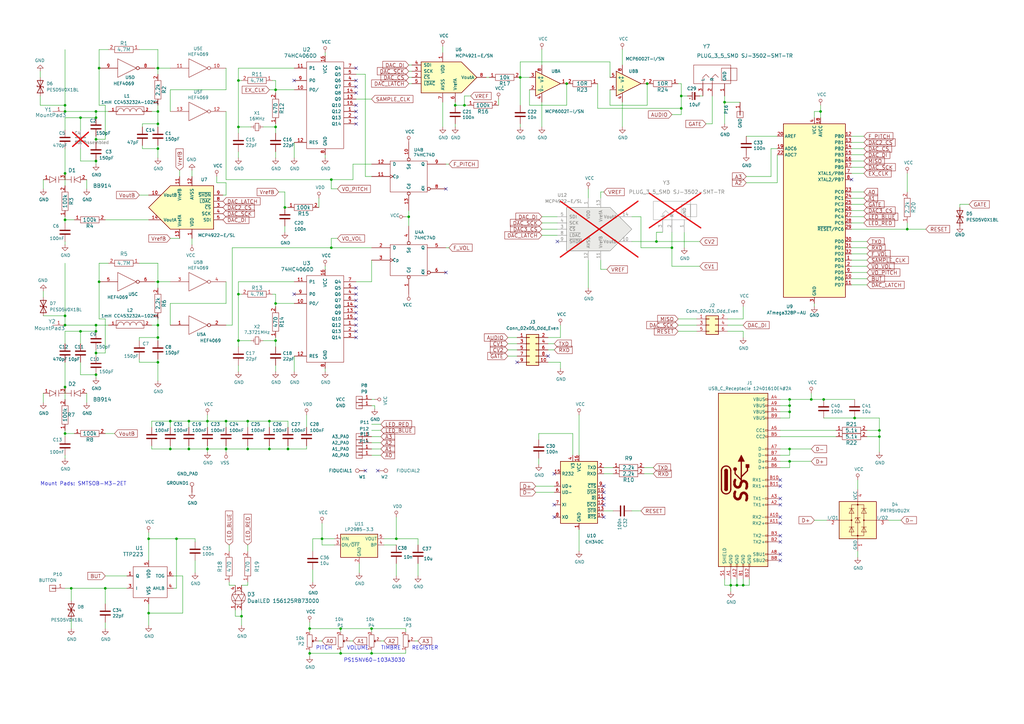
<source format=kicad_sch>
(kicad_sch (version 20250114) (generator "eeschema") (generator_version "9.0")
  (paper "A3")
  (title_block (title "Open.Theremin V4.5") (date "2023") (rev "1.0") (company "GaudiLabs"))
  (text "REGISTER" (at 168.91 266.7 0) (effects (font (size 1.524 1.524)) (justify left bottom)))
  (text "VOLUME" (at 142.24 266.7 0) (effects (font (size 1.524 1.524)) (justify left bottom)))
  (text "TIMBRE" (at 156.21 266.7 0) (effects (font (size 1.524 1.524)) (justify left bottom)))
  (text "PITCH" (at 129.54 266.7 0) (effects (font (size 1.524 1.524)) (justify left bottom)))
  (text "PS15NV60-103A3030" (at 140.97 271.78 0) (effects (font (size 1.524 1.524)) (justify left bottom)))
  (text "Mount Pads: SMTSOB-M3-2ET \n" (at 16.51 199.39 0) (effects (font (size 1.524 1.524)) (justify left bottom)))
  (junction (at 26.67 133.35))
  (junction (at 372.11 93.98))
  (junction (at 39.37 57.15))
  (junction (at 279.4 39.37))
  (junction (at 64.77 50.8))
  (junction (at 26.67 177.8))
  (junction (at 127 267.97))
  (junction (at 232.41 34.29))
  (junction (at 97.79 52.07))
  (junction (at 101.6 184.15))
  (junction (at 97.79 33.02))
  (junction (at 92.71 184.15))
  (junction (at 64.77 133.35))
  (junction (at 152.4 257.81))
  (junction (at 110.49 184.15))
  (junction (at 33.02 135.89))
  (junction (at 26.67 43.18))
  (junction (at 40.64 27.94))
  (junction (at 26.67 45.72))
  (junction (at 77.47 172.72))
  (junction (at 336.55 45.72))
  (junction (at 332.74 163.83))
  (junction (at 302.26 240.03))
  (junction (at 190.5 43.18))
  (junction (at 152.4 267.97))
  (junction (at 77.47 184.15))
  (junction (at 323.85 189.23))
  (junction (at 39.37 153.67))
  (junction (at 97.79 120.65))
  (junction (at 323.85 184.15))
  (junction (at 265.43 34.29))
  (junction (at 360.68 179.07))
  (junction (at 69.85 172.72))
  (junction (at 29.21 241.3))
  (junction (at 85.09 184.15))
  (junction (at 299.72 240.03))
  (junction (at 132.08 220.98))
  (junction (at 60.96 220.98))
  (junction (at 26.67 90.17))
  (junction (at 64.77 148.59))
  (junction (at 139.7 257.81))
  (junction (at 101.6 172.72))
  (junction (at 118.11 184.15))
  (junction (at 113.03 36.83))
  (junction (at 99.06 252.73))
  (junction (at 39.37 135.89))
  (junction (at 162.56 220.98))
  (junction (at 350.52 171.45))
  (junction (at 135.89 73.66))
  (junction (at 113.03 52.07))
  (junction (at 279.4 44.45))
  (junction (at 97.79 139.7))
  (junction (at 33.02 48.26))
  (junction (at 85.09 172.72))
  (junction (at 323.85 163.83))
  (junction (at 64.77 115.57))
  (junction (at 64.77 60.96))
  (junction (at 304.8 240.03))
  (junction (at 186.69 43.18))
  (junction (at 64.77 138.43))
  (junction (at 139.7 267.97))
  (junction (at 64.77 45.72))
  (junction (at 337.82 163.83))
  (junction (at 323.85 166.37))
  (junction (at 26.67 158.75))
  (junction (at 39.37 45.72))
  (junction (at 60.96 251.46))
  (junction (at 275.59 101.6))
  (junction (at 135.89 101.6))
  (junction (at 39.37 133.35))
  (junction (at 323.85 168.91))
  (junction (at 43.18 241.3))
  (junction (at 127 257.81))
  (junction (at 269.24 99.06))
  (junction (at 39.37 144.78))
  (junction (at 167.64 88.9))
  (junction (at 39.37 66.04))
  (junction (at 39.37 48.26))
  (junction (at 92.71 172.72))
  (junction (at 64.77 27.94))
  (junction (at 113.03 124.46))
  (junction (at 110.49 172.72))
  (junction (at 26.67 71.12))
  (junction (at 26.67 129.54))
  (junction (at 116.84 85.09))
  (junction (at 213.36 31.75))
  (junction (at 69.85 184.15))
  (junction (at 113.03 139.7))
  (junction (at 72.39 220.98))
  (junction (at 360.68 176.53))
  (junction (at 297.18 41.91))
  (junction (at 40.64 115.57))
  (no_connect (at 247.65 201.93))
  (no_connect (at 154.94 193.04))
  (no_connect (at 146.05 118.11))
  (no_connect (at 320.04 219.71))
  (no_connect (at 146.05 125.73))
  (no_connect (at 349.25 73.66))
  (no_connect (at 227.33 207.01))
  (no_connect (at 212.09 148.59))
  (no_connect (at 146.05 50.8))
  (no_connect (at 182.88 77.47))
  (no_connect (at 320.04 212.09))
  (no_connect (at 120.65 120.65))
  (no_connect (at 146.05 48.26))
  (no_connect (at 228.6 99.06))
  (no_connect (at 146.05 123.19))
  (no_connect (at 247.65 204.47))
  (no_connect (at 247.65 199.39))
  (no_connect (at 320.04 204.47))
  (no_connect (at 320.04 214.63))
  (no_connect (at 182.88 111.76))
  (no_connect (at 320.04 207.01))
  (no_connect (at 146.05 38.1))
  (no_connect (at 320.04 227.33))
  (no_connect (at 146.05 138.43))
  (no_connect (at 146.05 133.35))
  (no_connect (at 146.05 128.27))
  (no_connect (at 146.05 130.81))
  (no_connect (at 146.05 27.94))
  (no_connect (at 149.86 193.04))
  (no_connect (at 120.65 33.02))
  (no_connect (at 146.05 35.56))
  (no_connect (at 227.33 212.09))
  (no_connect (at 146.05 45.72))
  (no_connect (at 320.04 199.39))
  (no_connect (at 146.05 43.18))
  (no_connect (at 224.79 146.05))
  (no_connect (at 146.05 33.02))
  (no_connect (at 320.04 196.85))
  (no_connect (at 227.33 194.31))
  (no_connect (at 146.05 135.89))
  (no_connect (at 320.04 229.87))
  (no_connect (at 146.05 120.65))
  (no_connect (at 320.04 222.25))
  (no_connect (at 247.65 207.01))
  (no_connect (at 247.65 212.09))
  (wire (pts (xy 133.35 109.22) (xy 133.35 110.49)))
  (wire (pts (xy 171.45 231.14) (xy 171.45 236.22)))
  (wire (pts (xy 85.09 182.88) (xy 85.09 184.15)))
  (wire (pts (xy 29.21 241.3) (xy 29.21 246.38)))
  (wire (pts (xy 360.68 171.45) (xy 360.68 176.53)))
  (wire (pts (xy 127 266.7) (xy 127 267.97)))
  (wire (pts (xy 132.08 220.98) (xy 137.16 220.98)))
  (wire (pts (xy 323.85 166.37) (xy 323.85 163.83)))
  (wire (pts (xy 102.87 52.07) (xy 97.79 52.07)))
  (wire (pts (xy 167.64 92.71) (xy 167.64 88.9)))
  (wire (pts (xy 92.71 73.66) (xy 92.71 45.72)))
  (wire (pts (xy 372.11 71.12) (xy 372.11 78.74)))
  (wire (pts (xy 43.18 130.81) (xy 43.18 144.78)))
  (wire (pts (xy 113.03 33.02) (xy 113.03 36.83)))
  (wire (pts (xy 304.8 240.03) (xy 302.26 240.03)))
  (wire (pts (xy 153.67 163.83) (xy 152.4 163.83)))
  (wire (pts (xy 64.77 107.95) (xy 64.77 115.57)))
  (wire (pts (xy 332.74 161.29) (xy 332.74 163.83)))
  (wire (pts (xy 110.49 184.15) (xy 110.49 182.88)))
  (wire (pts (xy 287.02 39.37) (xy 288.29 39.37)))
  (wire (pts (xy 262.89 209.55) (xy 259.08 209.55)))
  (wire (pts (xy 135.89 97.79) (xy 138.43 97.79)))
  (wire (pts (xy 354.33 55.88) (xy 349.25 55.88)))
  (wire (pts (xy 181.61 19.05) (xy 181.61 21.59)))
  (wire (pts (xy 69.85 124.46) (xy 92.71 124.46)))
  (wire (pts (xy 113.03 138.43) (xy 113.03 139.7)))
  (wire (pts (xy 156.21 262.89) (xy 157.48 262.89)))
  (wire (pts (xy 40.64 27.94) (xy 40.64 43.18)))
  (wire (pts (xy 299.72 237.49) (xy 299.72 240.03)))
  (wire (pts (xy 297.18 237.49) (xy 297.18 240.03)))
  (wire (pts (xy 228.6 88.9) (xy 222.25 88.9)))
  (wire (pts (xy 251.46 194.31) (xy 247.65 194.31)))
  (wire (pts (xy 168.91 29.21) (xy 167.64 29.21)))
  (wire (pts (xy 85.09 184.15) (xy 85.09 185.42)))
  (wire (pts (xy 332.74 184.15) (xy 323.85 184.15)))
  (wire (pts (xy 323.85 171.45) (xy 323.85 168.91)))
  (wire (pts (xy 101.6 172.72) (xy 101.6 175.26)))
  (wire (pts (xy 132.08 214.63) (xy 132.08 220.98)))
  (wire (pts (xy 307.34 240.03) (xy 304.8 240.03)))
  (wire (pts (xy 222.25 20.32) (xy 222.25 26.67)))
  (wire (pts (xy 269.24 99.06) (xy 287.02 99.06)))
  (wire (pts (xy 250.19 43.18) (xy 265.43 43.18)))
  (wire (pts (xy 245.11 34.29) (xy 245.11 44.45)))
  (wire (pts (xy 64.77 147.32) (xy 64.77 148.59)))
  (wire (pts (xy 323.85 168.91) (xy 323.85 166.37)))
  (wire (pts (xy 224.79 138.43) (xy 229.87 138.43)))
  (wire (pts (xy 137.16 223.52) (xy 132.08 223.52)))
  (wire (pts (xy 92.71 80.01) (xy 91.44 80.01)))
  (wire (pts (xy 152.4 257.81) (xy 166.37 257.81)))
  (wire (pts (xy 97.79 52.07) (xy 97.79 54.61)))
  (wire (pts (xy 33.02 135.89) (xy 33.02 140.97)))
  (wire (pts (xy 40.64 20.32) (xy 44.45 20.32)))
  (wire (pts (xy 113.03 120.65) (xy 113.03 124.46)))
  (wire (pts (xy 39.37 135.89) (xy 39.37 133.35)))
  (wire (pts (xy 135.89 101.6) (xy 135.89 97.79)))
  (wire (pts (xy 77.47 172.72) (xy 77.47 175.26)))
  (wire (pts (xy 127 257.81) (xy 139.7 257.81)))
  (wire (pts (xy 97.79 149.86) (xy 97.79 152.4)))
  (wire (pts (xy 275.59 46.99) (xy 279.4 46.99)))
  (wire (pts (xy 162.56 231.14) (xy 162.56 236.22)))
  (wire (pts (xy 152.4 115.57) (xy 146.05 115.57)))
  (wire (pts (xy 222.25 96.52) (xy 228.6 96.52)))
  (wire (pts (xy 113.03 149.86) (xy 113.03 152.4)))
  (wire (pts (xy 152.4 266.7) (xy 152.4 267.97)))
  (wire (pts (xy 97.79 115.57) (xy 120.65 115.57)))
  (wire (pts (xy 64.77 133.35) (xy 62.23 133.35)))
  (wire (pts (xy 143.51 262.89) (xy 144.78 262.89)))
  (wire (pts (xy 71.12 241.3) (xy 72.39 241.3)))
  (wire (pts (xy 360.68 176.53) (xy 360.68 179.07)))
  (wire (pts (xy 186.69 50.8) (xy 186.69 52.07)))
  (wire (pts (xy 64.77 59.69) (xy 64.77 60.96)))
  (wire (pts (xy 99.06 120.65) (xy 97.79 120.65)))
  (wire (pts (xy 320.04 166.37) (xy 323.85 166.37)))
  (wire (pts (xy 128.27 220.98) (xy 128.27 226.06)))
  (wire (pts (xy 262.89 88.9) (xy 262.89 101.6)))
  (wire (pts (xy 298.45 135.89) (xy 304.8 135.89)))
  (wire (pts (xy 40.64 20.32) (xy 40.64 27.94)))
  (wire (pts (xy 152.4 257.81) (xy 152.4 259.08)))
  (wire (pts (xy 64.77 50.8) (xy 64.77 52.07)))
  (wire (pts (xy 133.35 21.59) (xy 133.35 22.86)))
  (wire (pts (xy 60.96 247.65) (xy 60.96 251.46)))
  (wire (pts (xy 166.37 257.81) (xy 166.37 259.08)))
  (wire (pts (xy 17.78 119.38) (xy 17.78 121.92)))
  (wire (pts (xy 237.49 170.18) (xy 237.49 186.69)))
  (wire (pts (xy 26.67 135.89) (xy 33.02 135.89)))
  (wire (pts (xy 323.85 163.83) (xy 320.04 163.83)))
  (wire (pts (xy 107.95 139.7) (xy 113.03 139.7)))
  (wire (pts (xy 72.39 241.3) (xy 72.39 220.98)))
  (wire (pts (xy 99.06 33.02) (xy 97.79 33.02)))
  (wire (pts (xy 156.21 184.15) (xy 152.4 184.15)))
  (wire (pts (xy 72.39 220.98) (xy 80.01 220.98)))
  (wire (pts (xy 299.72 240.03) (xy 299.72 242.57)))
  (wire (pts (xy 304.8 125.73) (xy 304.8 130.81)))
  (wire (pts (xy 213.36 31.75) (xy 217.17 31.75)))
  (wire (pts (xy 255.27 20.32) (xy 255.27 26.67)))
  (wire (pts (xy 17.78 73.66) (xy 17.78 77.47)))
  (wire (pts (xy 278.13 133.35) (xy 285.75 133.35)))
  (wire (pts (xy 279.4 34.29) (xy 279.4 39.37)))
  (wire (pts (xy 101.6 184.15) (xy 110.49 184.15)))
  (wire (pts (xy 397.51 83.82) (xy 393.7 83.82)))
  (wire (pts (xy 354.33 66.04) (xy 349.25 66.04)))
  (wire (pts (xy 92.71 172.72) (xy 92.71 175.26)))
  (wire (pts (xy 135.89 73.66) (xy 92.71 73.66)))
  (wire (pts (xy 26.67 158.75) (xy 26.67 163.83)))
  (wire (pts (xy 26.67 133.35) (xy 39.37 133.35)))
  (wire (pts (xy 224.79 140.97) (xy 227.33 140.97)))
  (wire (pts (xy 320.04 171.45) (xy 323.85 171.45)))
  (wire (pts (xy 351.79 196.85) (xy 351.79 200.66)))
  (wire (pts (xy 116.84 78.74) (xy 116.84 85.09)))
  (wire (pts (xy 116.84 95.25) (xy 116.84 92.71)))
  (wire (pts (xy 139.7 267.97) (xy 152.4 267.97)))
  (wire (pts (xy 297.18 41.91) (xy 297.18 50.8)))
  (wire (pts (xy 323.85 186.69) (xy 323.85 184.15)))
  (wire (pts (xy 278.13 135.89) (xy 285.75 135.89)))
  (wire (pts (xy 275.59 101.6) (xy 262.89 101.6)))
  (wire (pts (xy 372.11 93.98) (xy 349.25 93.98)))
  (wire (pts (xy 97.79 27.94) (xy 97.79 33.02)))
  (wire (pts (xy 64.77 115.57) (xy 64.77 118.11)))
  (wire (pts (xy 116.84 78.74) (xy 114.3 78.74)))
  (wire (pts (xy 60.96 218.44) (xy 60.96 220.98)))
  (wire (pts (xy 279.4 46.99) (xy 279.4 44.45)))
  (wire (pts (xy 320.04 168.91) (xy 323.85 168.91)))
  (wire (pts (xy 93.98 240.03) (xy 96.52 240.03)))
  (wire (pts (xy 304.8 135.89) (xy 304.8 138.43)))
  (wire (pts (xy 97.79 120.65) (xy 97.79 139.7)))
  (wire (pts (xy 101.6 238.76) (xy 101.6 240.03)))
  (wire (pts (xy 113.03 124.46) (xy 113.03 125.73)))
  (wire (pts (xy 246.38 81.28) (xy 246.38 78.74)))
  (wire (pts (xy 149.86 30.48) (xy 149.86 72.39)))
  (wire (pts (xy 354.33 71.12) (xy 349.25 71.12)))
  (wire (pts (xy 167.64 31.75) (xy 168.91 31.75)))
  (wire (pts (xy 354.33 63.5) (xy 349.25 63.5)))
  (wire (pts (xy 132.08 223.52) (xy 132.08 220.98)))
  (wire (pts (xy 132.08 220.98) (xy 128.27 220.98)))
  (wire (pts (xy 156.21 173.99) (xy 152.4 173.99)))
  (wire (pts (xy 88.9 72.39) (xy 88.9 74.93)))
  (wire (pts (xy 113.03 33.02) (xy 111.76 33.02)))
  (wire (pts (xy 156.21 179.07) (xy 152.4 179.07)))
  (wire (pts (xy 213.36 25.4) (xy 250.19 25.4)))
  (wire (pts (xy 64.77 43.18) (xy 64.77 45.72)))
  (wire (pts (xy 35.56 73.66) (xy 35.56 77.47)))
  (wire (pts (xy 60.96 251.46) (xy 60.96 256.54)))
  (wire (pts (xy 204.47 40.64) (xy 204.47 43.18)))
  (wire (pts (xy 69.85 184.15) (xy 77.47 184.15)))
  (wire (pts (xy 224.79 143.51) (xy 227.33 143.51)))
  (wire (pts (xy 251.46 209.55) (xy 247.65 209.55)))
  (wire (pts (xy 213.36 31.75) (xy 213.36 25.4)))
  (wire (pts (xy 135.89 101.6) (xy 152.4 101.6)))
  (wire (pts (xy 259.08 99.06) (xy 269.24 99.06)))
  (wire (pts (xy 17.78 129.54) (xy 26.67 129.54)))
  (wire (pts (xy 26.67 88.9) (xy 26.67 90.17)))
  (wire (pts (xy 269.24 99.06) (xy 269.24 95.25)))
  (wire (pts (xy 64.77 45.72) (xy 64.77 50.8)))
  (wire (pts (xy 97.79 139.7) (xy 97.79 142.24)))
  (wire (pts (xy 43.18 177.8) (xy 46.99 177.8)))
  (wire (pts (xy 303.53 41.91) (xy 297.18 41.91)))
  (wire (pts (xy 92.71 124.46) (xy 92.71 115.57)))
  (wire (pts (xy 318.77 55.88) (xy 306.07 55.88)))
  (wire (pts (xy 278.13 34.29) (xy 279.4 34.29)))
  (wire (pts (xy 213.36 31.75) (xy 213.36 43.18)))
  (wire (pts (xy 135.89 73.66) (xy 135.89 77.47)))
  (wire (pts (xy 144.78 67.31) (xy 144.78 73.66)))
  (wire (pts (xy 110.49 172.72) (xy 118.11 172.72)))
  (wire (pts (xy 351.79 226.06) (xy 351.79 228.6)))
  (wire (pts (xy 166.37 88.9) (xy 167.64 88.9)))
  (wire (pts (xy 246.38 110.49) (xy 246.38 106.68)))
  (wire (pts (xy 162.56 220.98) (xy 157.48 220.98)))
  (wire (pts (xy 213.36 52.07) (xy 213.36 50.8)))
  (wire (pts (xy 92.71 74.93) (xy 92.71 80.01)))
  (wire (pts (xy 26.67 176.53) (xy 26.67 177.8)))
  (wire (pts (xy 97.79 27.94) (xy 120.65 27.94)))
  (wire (pts (xy 217.17 43.18) (xy 232.41 43.18)))
  (wire (pts (xy 166.37 267.97) (xy 166.37 266.7)))
  (wire (pts (xy 96.52 252.73) (xy 99.06 252.73)))
  (wire (pts (xy 355.6 99.06) (xy 349.25 99.06)))
  (wire (pts (xy 96.52 250.19) (xy 96.52 252.73)))
  (wire (pts (xy 17.78 161.29) (xy 17.78 165.1)))
  (wire (pts (xy 26.67 71.12) (xy 26.67 76.2)))
  (wire (pts (xy 113.03 139.7) (xy 113.03 142.24)))
  (wire (pts (xy 262.89 88.9) (xy 259.08 88.9)))
  (wire (pts (xy 130.81 81.28) (xy 130.81 85.09)))
  (wire (pts (xy 113.03 36.83) (xy 110.49 36.83)))
  (wire (pts (xy 64.77 60.96) (xy 64.77 64.77)))
  (wire (pts (xy 33.02 135.89) (xy 39.37 135.89)))
  (wire (pts (xy 92.71 182.88) (xy 92.71 184.15)))
  (wire (pts (xy 306.07 72.39) (xy 316.23 72.39)))
  (wire (pts (xy 139.7 257.81) (xy 139.7 259.08)))
  (wire (pts (xy 275.59 95.25) (xy 275.59 101.6)))
  (wire (pts (xy 39.37 133.35) (xy 44.45 133.35)))
  (wire (pts (xy 88.9 74.93) (xy 92.71 74.93)))
  (wire (pts (xy 58.42 50.8) (xy 64.77 50.8)))
  (wire (pts (xy 63.5 27.94) (xy 64.77 27.94)))
  (wire (pts (xy 320.04 179.07) (xy 342.9 179.07)))
  (wire (pts (xy 304.8 130.81) (xy 298.45 130.81)))
  (wire (pts (xy 354.33 58.42) (xy 349.25 58.42)))
  (wire (pts (xy 222.25 93.98) (xy 228.6 93.98)))
  (wire (pts (xy 152.4 40.64) (xy 146.05 40.64)))
  (wire (pts (xy 265.43 34.29) (xy 265.43 43.18)))
  (wire (pts (xy 208.28 143.51) (xy 212.09 143.51)))
  (wire (pts (xy 279.4 44.45) (xy 279.4 39.37)))
  (wire (pts (xy 224.79 148.59) (xy 229.87 148.59)))
  (wire (pts (xy 292.1 50.8) (xy 292.1 39.37)))
  (wire (pts (xy 337.82 171.45) (xy 350.52 171.45)))
  (wire (pts (xy 97.79 33.02) (xy 97.79 52.07)))
  (wire (pts (xy 29.21 241.3) (xy 43.18 241.3)))
  (wire (pts (xy 57.15 138.43) (xy 64.77 138.43)))
  (wire (pts (xy 73.66 69.85) (xy 73.66 72.39)))
  (wire (pts (xy 39.37 66.04) (xy 39.37 67.31)))
  (wire (pts (xy 200.66 31.75) (xy 199.39 31.75)))
  (wire (pts (xy 39.37 55.88) (xy 39.37 57.15)))
  (wire (pts (xy 85.09 172.72) (xy 85.09 175.26)))
  (wire (pts (xy 64.77 130.81) (xy 64.77 133.35)))
  (wire (pts (xy 57.15 148.59) (xy 64.77 148.59)))
  (wire (pts (xy 101.6 240.03) (xy 99.06 240.03)))
  (wire (pts (xy 287.02 109.22) (xy 275.59 109.22)))
  (wire (pts (xy 152.4 267.97) (xy 166.37 267.97)))
  (wire (pts (xy 234.95 177.8) (xy 234.95 186.69)))
  (wire (pts (xy 307.34 237.49) (xy 307.34 240.03)))
  (wire (pts (xy 146.05 30.48) (xy 149.86 30.48)))
  (wire (pts (xy 190.5 43.18) (xy 191.77 43.18)))
  (wire (pts (xy 39.37 143.51) (xy 39.37 144.78)))
  (wire (pts (xy 120.65 36.83) (xy 113.03 36.83)))
  (wire (pts (xy 43.18 257.81) (xy 43.18 255.27)))
  (wire (pts (xy 26.67 148.59) (xy 26.67 158.75)))
  (wire (pts (xy 323.85 191.77) (xy 320.04 191.77)))
  (wire (pts (xy 133.35 151.13) (xy 133.35 152.4)))
  (wire (pts (xy 43.18 130.81) (xy 40.64 130.81)))
  (wire (pts (xy 60.96 220.98) (xy 60.96 229.87)))
  (wire (pts (xy 318.77 63.5) (xy 318.77 74.93)))
  (wire (pts (xy 337.82 163.83) (xy 350.52 163.83)))
  (wire (pts (xy 30.48 177.8) (xy 26.67 177.8)))
  (wire (pts (xy 85.09 170.18) (xy 85.09 172.72)))
  (wire (pts (xy 43.18 241.3) (xy 52.07 241.3)))
  (wire (pts (xy 26.67 241.3) (xy 29.21 241.3)))
  (wire (pts (xy 336.55 43.18) (xy 336.55 45.72)))
  (wire (pts (xy 227.33 201.93) (xy 219.71 201.93)))
  (wire (pts (xy 184.15 101.6) (xy 182.88 101.6)))
  (wire (pts (xy 393.7 83.82) (xy 393.7 85.09)))
  (wire (pts (xy 349.25 88.9) (xy 354.33 88.9)))
  (wire (pts (xy 33.02 153.67) (xy 39.37 153.67)))
  (wire (pts (xy 16.51 43.18) (xy 26.67 43.18)))
  (wire (pts (xy 39.37 48.26) (xy 39.37 45.72)))
  (wire (pts (xy 63.5 115.57) (xy 64.77 115.57)))
  (wire (pts (xy 58.42 60.96) (xy 58.42 59.69)))
  (wire (pts (xy 16.51 39.37) (xy 16.51 43.18)))
  (wire (pts (xy 316.23 72.39) (xy 316.23 60.96)))
  (wire (pts (xy 92.71 184.15) (xy 92.71 185.42)))
  (wire (pts (xy 355.6 114.3) (xy 349.25 114.3)))
  (wire (pts (xy 92.71 36.83) (xy 92.71 27.94)))
  (wire (pts (xy 92.71 133.35) (xy 95.25 133.35)))
  (wire (pts (xy 95.25 101.6) (xy 135.89 101.6)))
  (wire (pts (xy 71.12 236.22) (xy 74.93 236.22)))
  (wire (pts (xy 379.73 93.98) (xy 372.11 93.98)))
  (wire (pts (xy 234.95 177.8) (xy 220.98 177.8)))
  (wire (pts (xy 304.8 237.49) (xy 304.8 240.03)))
  (wire (pts (xy 250.19 25.4) (xy 250.19 31.75)))
  (wire (pts (xy 77.47 172.72) (xy 85.09 172.72)))
  (wire (pts (xy 125.73 170.18) (xy 125.73 175.26)))
  (wire (pts (xy 186.69 41.91) (xy 186.69 43.18)))
  (wire (pts (xy 57.15 107.95) (xy 64.77 107.95)))
  (wire (pts (xy 33.02 48.26) (xy 33.02 53.34)))
  (wire (pts (xy 334.01 125.73) (xy 334.01 124.46)))
  (wire (pts (xy 355.6 106.68) (xy 349.25 106.68)))
  (wire (pts (xy 190.5 39.37) (xy 190.5 43.18)))
  (wire (pts (xy 26.67 140.97) (xy 26.67 135.89)))
  (wire (pts (xy 127 255.27) (xy 127 257.81)))
  (wire (pts (xy 125.73 184.15) (xy 125.73 182.88)))
  (wire (pts (xy 30.48 90.17) (xy 26.67 90.17)))
  (wire (pts (xy 57.15 139.7) (xy 57.15 138.43)))
  (wire (pts (xy 64.77 45.72) (xy 62.23 45.72)))
  (wire (pts (xy 323.85 184.15) (xy 320.04 184.15)))
  (wire (pts (xy 241.3 106.68) (xy 241.3 118.11)))
  (wire (pts (xy 58.42 52.07) (xy 58.42 50.8)))
  (wire (pts (xy 248.92 110.49) (xy 246.38 110.49)))
  (wire (pts (xy 267.97 191.77) (xy 264.16 191.77)))
  (wire (pts (xy 26.67 53.34) (xy 26.67 48.26)))
  (wire (pts (xy 152.4 166.37) (xy 153.67 166.37)))
  (wire (pts (xy 107.95 52.07) (xy 113.03 52.07)))
  (wire (pts (xy 26.67 48.26) (xy 33.02 48.26)))
  (wire (pts (xy 97.79 115.57) (xy 97.79 120.65)))
  (wire (pts (xy 85.09 184.15) (xy 92.71 184.15)))
  (wire (pts (xy 336.55 45.72) (xy 336.55 48.26)))
  (wire (pts (xy 220.98 187.96) (xy 220.98 190.5)))
  (wire (pts (xy 355.6 116.84) (xy 349.25 116.84)))
  (wire (pts (xy 255.27 41.91) (xy 255.27 52.07)))
  (wire (pts (xy 60.96 80.01) (xy 57.15 80.01)))
  (wire (pts (xy 147.32 231.14) (xy 147.32 234.95)))
  (wire (pts (xy 245.11 44.45) (xy 279.4 44.45)))
  (wire (pts (xy 118.11 184.15) (xy 125.73 184.15)))
  (wire (pts (xy 40.64 107.95) (xy 40.64 115.57)))
  (wire (pts (xy 60.96 220.98) (xy 72.39 220.98)))
  (wire (pts (xy 77.47 184.15) (xy 85.09 184.15)))
  (wire (pts (xy 152.4 72.39) (xy 149.86 72.39)))
  (wire (pts (xy 246.38 78.74) (xy 247.65 78.74)))
  (wire (pts (xy 43.18 43.18) (xy 43.18 57.15)))
  (wire (pts (xy 355.6 176.53) (xy 360.68 176.53)))
  (wire (pts (xy 113.03 50.8) (xy 113.03 52.07)))
  (wire (pts (xy 302.26 240.03) (xy 302.26 237.49)))
  (wire (pts (xy 264.16 194.31) (xy 267.97 194.31)))
  (wire (pts (xy 35.56 161.29) (xy 35.56 165.1)))
  (wire (pts (xy 69.85 36.83) (xy 92.71 36.83)))
  (wire (pts (xy 208.28 146.05) (xy 212.09 146.05)))
  (wire (pts (xy 162.56 220.98) (xy 171.45 220.98)))
  (wire (pts (xy 69.85 133.35) (xy 69.85 124.46)))
  (wire (pts (xy 113.03 62.23) (xy 113.03 64.77)))
  (wire (pts (xy 95.25 133.35) (xy 95.25 101.6)))
  (wire (pts (xy 167.64 88.9) (xy 167.64 86.36)))
  (wire (pts (xy 250.19 43.18) (xy 250.19 36.83)))
  (wire (pts (xy 171.45 220.98) (xy 171.45 223.52)))
  (wire (pts (xy 93.98 223.52) (xy 93.98 226.06)))
  (wire (pts (xy 26.67 90.17) (xy 26.67 91.44)))
  (wire (pts (xy 57.15 147.32) (xy 57.15 148.59)))
  (wire (pts (xy 133.35 63.5) (xy 133.35 64.77)))
  (wire (pts (xy 237.49 217.17) (xy 237.49 226.06)))
  (wire (pts (xy 26.67 177.8) (xy 26.67 179.07)))
  (wire (pts (xy 127 267.97) (xy 127 269.24)))
  (wire (pts (xy 135.89 77.47) (xy 138.43 77.47)))
  (wire (pts (xy 152.4 106.68) (xy 152.4 115.57)))
  (wire (pts (xy 360.68 179.07) (xy 360.68 185.42)))
  (wire (pts (xy 229.87 138.43) (xy 229.87 133.35)))
  (wire (pts (xy 101.6 172.72) (xy 110.49 172.72)))
  (wire (pts (xy 278.13 130.81) (xy 285.75 130.81)))
  (wire (pts (xy 92.71 184.15) (xy 101.6 184.15)))
  (wire (pts (xy 332.74 163.83) (xy 323.85 163.83)))
  (wire (pts (xy 364.49 213.36) (xy 369.57 213.36)))
  (wire (pts (xy 64.77 138.43) (xy 64.77 139.7)))
  (wire (pts (xy 152.4 181.61) (xy 156.21 181.61)))
  (wire (pts (xy 26.67 99.06) (xy 26.67 100.33)))
  (wire (pts (xy 97.79 62.23) (xy 97.79 64.77)))
  (wire (pts (xy 350.52 171.45) (xy 360.68 171.45)))
  (wire (pts (xy 323.85 189.23) (xy 323.85 191.77)))
  (wire (pts (xy 118.11 172.72) (xy 118.11 175.26)))
  (wire (pts (xy 316.23 60.96) (xy 318.77 60.96)))
  (wire (pts (xy 130.81 262.89) (xy 132.08 262.89)))
  (wire (pts (xy 323.85 189.23) (xy 320.04 189.23)))
  (wire (pts (xy 153.67 166.37) (xy 153.67 167.64)))
  (wire (pts (xy 280.67 95.25) (xy 280.67 101.6)))
  (wire (pts (xy 354.33 91.44) (xy 349.25 91.44)))
  (wire (pts (xy 26.67 45.72) (xy 39.37 45.72)))
  (wire (pts (xy 40.64 107.95) (xy 44.45 107.95)))
  (wire (pts (xy 118.11 85.09) (xy 116.84 85.09)))
  (wire (pts (xy 77.47 182.88) (xy 77.47 184.15)))
  (wire (pts (xy 101.6 184.15) (xy 101.6 182.88)))
  (wire (pts (xy 64.77 27.94) (xy 69.85 27.94)))
  (wire (pts (xy 39.37 144.78) (xy 43.18 144.78)))
  (wire (pts (xy 297.18 240.03) (xy 299.72 240.03)))
  (wire (pts (xy 334.01 213.36) (xy 339.09 213.36)))
  (wire (pts (xy 217.17 36.83) (xy 217.17 43.18)))
  (wire (pts (xy 289.56 50.8) (xy 292.1 50.8)))
  (wire (pts (xy 80.01 229.87) (xy 80.01 234.95)))
  (wire (pts (xy 43.18 241.3) (xy 43.18 247.65)))
  (wire (pts (xy 62.23 175.26) (xy 62.23 172.72)))
  (wire (pts (xy 181.61 41.91) (xy 181.61 52.07)))
  (wire (pts (xy 33.02 148.59) (xy 33.02 153.67)))
  (wire (pts (xy 62.23 172.72) (xy 69.85 172.72)))
  (wire (pts (xy 222.25 91.44) (xy 228.6 91.44)))
  (wire (pts (xy 26.67 60.96) (xy 26.67 71.12)))
  (wire (pts (xy 78.74 97.79) (xy 78.74 100.33)))
  (wire (pts (xy 275.59 109.22) (xy 275.59 101.6)))
  (wire (pts (xy 64.77 133.35) (xy 64.77 138.43)))
  (wire (pts (xy 162.56 212.09) (xy 162.56 220.98)))
  (wire (pts (xy 39.37 57.15) (xy 43.18 57.15)))
  (wire (pts (xy 69.85 97.79) (xy 73.66 97.79)))
  (wire (pts (xy 101.6 223.52) (xy 101.6 226.06)))
  (wire (pts (xy 85.09 172.72) (xy 92.71 172.72)))
  (wire (pts (xy 120.65 124.46) (xy 113.03 124.46)))
  (wire (pts (xy 26.67 186.69) (xy 26.67 187.96)))
  (wire (pts (xy 355.6 104.14) (xy 349.25 104.14)))
  (wire (pts (xy 208.28 140.97) (xy 212.09 140.97)))
  (wire (pts (xy 78.74 69.85) (xy 78.74 72.39)))
  (wire (pts (xy 349.25 83.82) (xy 354.33 83.82)))
  (wire (pts (xy 334.01 45.72) (xy 336.55 45.72)))
  (wire (pts (xy 355.6 109.22) (xy 349.25 109.22)))
  (wire (pts (xy 102.87 139.7) (xy 97.79 139.7)))
  (wire (pts (xy 118.11 184.15) (xy 118.11 182.88)))
  (wire (pts (xy 208.28 138.43) (xy 212.09 138.43)))
  (wire (pts (xy 355.6 179.07) (xy 360.68 179.07)))
  (wire (pts (xy 269.24 95.25) (xy 271.78 95.25)))
  (wire (pts (xy 186.69 43.18) (xy 190.5 43.18)))
  (wire (pts (xy 26.67 129.54) (xy 26.67 107.95)))
  (wire (pts (xy 127 267.97) (xy 139.7 267.97)))
  (wire (pts (xy 43.18 90.17) (xy 60.96 90.17)))
  (wire (pts (xy 64.77 27.94) (xy 64.77 30.48)))
  (wire (pts (xy 139.7 257.81) (xy 152.4 257.81)))
  (wire (pts (xy 26.67 45.72) (xy 26.67 43.18)))
  (wire (pts (xy 342.9 176.53) (xy 320.04 176.53)))
  (wire (pts (xy 334.01 48.26) (xy 334.01 45.72)))
  (wire (pts (xy 251.46 191.77) (xy 247.65 191.77)))
  (wire (pts (xy 354.33 68.58) (xy 349.25 68.58)))
  (wire (pts (xy 372.11 91.44) (xy 372.11 93.98)))
  (wire (pts (xy 306.07 74.93) (xy 318.77 74.93)))
  (wire (pts (xy 33.02 66.04) (xy 39.37 66.04)))
  (wire (pts (xy 354.33 78.74) (xy 349.25 78.74)))
  (wire (pts (xy 232.41 34.29) (xy 232.41 43.18)))
  (wire (pts (xy 128.27 233.68) (xy 128.27 238.76)))
  (wire (pts (xy 219.71 199.39) (xy 227.33 199.39)))
  (wire (pts (xy 222.25 41.91) (xy 222.25 52.07)))
  (wire (pts (xy 167.64 26.67) (xy 168.91 26.67)))
  (wire (pts (xy 168.91 34.29) (xy 167.64 34.29)))
  (wire (pts (xy 354.33 81.28) (xy 349.25 81.28)))
  (wire (pts (xy 64.77 115.57) (xy 69.85 115.57)))
  (wire (pts (xy 241.3 77.47) (xy 241.3 81.28)))
  (wire (pts (xy 69.85 45.72) (xy 69.85 36.83)))
  (wire (pts (xy 193.04 39.37) (xy 190.5 39.37)))
  (wire (pts (xy 99.06 252.73) (xy 99.06 256.54)))
  (wire (pts (xy 127 257.81) (xy 127 259.08)))
  (wire (pts (xy 64.77 148.59) (xy 64.77 156.21)))
  (wire (pts (xy 39.37 153.67) (xy 39.37 154.94)))
  (wire (pts (xy 57.15 20.32) (xy 64.77 20.32)))
  (wire (pts (xy 64.77 20.32) (xy 64.77 27.94)))
  (wire (pts (xy 113.03 120.65) (xy 111.76 120.65)))
  (wire (pts (xy 33.02 48.26) (xy 39.37 48.26)))
  (wire (pts (xy 184.15 67.31) (xy 182.88 67.31)))
  (wire (pts (xy 43.18 43.18) (xy 40.64 43.18)))
  (wire (pts (xy 64.77 60.96) (xy 58.42 60.96)))
  (wire (pts (xy 110.49 172.72) (xy 110.49 175.26)))
  (wire (pts (xy 110.49 184.15) (xy 118.11 184.15)))
  (wire (pts (xy 69.85 182.88) (xy 69.85 184.15)))
  (wire (pts (xy 99.06 250.19) (xy 99.06 252.73)))
  (wire (pts (xy 144.78 73.66) (xy 135.89 73.66)))
  (wire (pts (xy 355.6 111.76) (xy 349.25 111.76)))
  (wire (pts (xy 120.65 146.05) (xy 120.65 152.4)))
  (wire (pts (xy 332.74 189.23) (xy 323.85 189.23)))
  (wire (pts (xy 156.21 176.53) (xy 152.4 176.53)))
  (wire (pts (xy 220.98 177.8) (xy 220.98 180.34)))
  (wire (pts (xy 120.65 58.42) (xy 120.65 64.77)))
  (wire (pts (xy 52.07 236.22) (xy 43.18 236.22)))
  (wire (pts (xy 113.03 36.83) (xy 113.03 38.1)))
  (wire (pts (xy 39.37 144.78) (xy 39.37 146.05)))
  (wire (pts (xy 320.04 186.69) (xy 323.85 186.69)))
  (wire (pts (xy 332.74 163.83) (xy 337.82 163.83)))
  (wire (pts (xy 60.96 251.46) (xy 74.93 251.46)))
  (wire (pts (xy 29.21 254) (xy 29.21 257.81)))
  (wire (pts (xy 69.85 175.26) (xy 69.85 172.72)))
  (wire (pts (xy 157.48 223.52) (xy 162.56 223.52)))
  (wire (pts (xy 62.23 184.15) (xy 69.85 184.15)))
  (wire (pts (xy 297.18 39.37) (xy 297.18 41.91)))
  (wire (pts (xy 74.93 236.22) (xy 74.93 251.46)))
  (wire (pts (xy 92.71 172.72) (xy 101.6 172.72)))
  (wire (pts (xy 355.6 101.6) (xy 349.25 101.6)))
  (wire (pts (xy 152.4 67.31) (xy 144.78 67.31)))
  (wire (pts (xy 39.37 45.72) (xy 44.45 45.72)))
  (wire (pts (xy 39.37 57.15) (xy 39.37 58.42)))
  (wire (pts (xy 170.18 262.89) (xy 171.45 262.89)))
  (wire (pts (xy 93.98 238.76) (xy 93.98 240.03)))
  (wire (pts (xy 299.72 240.03) (xy 302.26 240.03)))
  (wire (pts (xy 152.4 186.69) (xy 156.21 186.69)))
  (wire (pts (xy 113.03 52.07) (xy 113.03 54.61)))
  (wire (pts (xy 16.51 29.21) (xy 16.51 31.75)))
  (wire (pts (xy 304.8 133.35) (xy 298.45 133.35)))
  (wire (pts (xy 62.23 182.88) (xy 62.23 184.15)))
  (wire (pts (xy 33.02 60.96) (xy 33.02 66.04)))
  (wire (pts (xy 281.94 39.37) (xy 279.4 39.37)))
  (wire (pts (xy 69.85 172.72) (xy 77.47 172.72)))
  (wire (pts (xy 26.67 133.35) (xy 26.67 129.54)))
  (wire (pts (xy 354.33 86.36) (xy 349.25 86.36)))
  (wire (pts (xy 229.87 148.59) (xy 229.87 151.13)))
  (wire (pts (xy 26.67 43.18) (xy 26.67 20.32)))
  (wire (pts (xy 139.7 266.7) (xy 139.7 267.97)))
  (wire (pts (xy 40.64 115.57) (xy 40.64 130.81)))
  (wire (pts (xy 354.33 60.96) (xy 349.25 60.96)))
  (wire (pts (xy 80.01 220.98) (xy 80.01 222.25)))
  (global_label "A3" (shape input) (at 156.21 179.07 0) (effects (font (size 1.524 1.524))) (property "Intersheetrefs" "${INTERSHEET_REFS}" (effects (hide yes))))
  (global_label "DAC3_CS" (shape input) (at 222.25 93.98 180) (effects (font (size 1.524 1.524))) (property "Intersheetrefs" "${INTERSHEET_REFS}" (effects (hide yes))))
  (global_label "DAC_DI" (shape input) (at 167.64 26.67 180) (effects (font (size 1.524 1.524))) (property "Intersheetrefs" "${INTERSHEET_REFS}" (effects (hide yes))))
  (global_label "DAC_SCK" (shape input) (at 354.33 68.58 0) (effects (font (size 1.524 1.524))) (property "Intersheetrefs" "${INTERSHEET_REFS}" (effects (hide yes))))
  (global_label "DAC_SCK" (shape input) (at 91.44 87.63 0) (effects (font (size 1.524 1.524))) (property "Intersheetrefs" "${INTERSHEET_REFS}" (effects (hide yes))))
  (global_label "RXD" (shape input) (at 355.6 101.6 0) (effects (font (size 1.524 1.524))) (property "Intersheetrefs" "${INTERSHEET_REFS}" (effects (hide yes))))
  (global_label "F_VOL" (shape input) (at 355.6 104.14 0) (effects (font (size 1.524 1.524))) (property "Intersheetrefs" "${INTERSHEET_REFS}" (effects (hide yes))))
  (global_label "GATE" (shape input) (at 208.28 146.05 180) (effects (font (size 1.524 1.524))) (property "Intersheetrefs" "${INTERSHEET_REFS}" (effects (hide yes))))
  (global_label "D-" (shape input) (at 219.71 201.93 180) (effects (font (size 1.524 1.524))) (property "Intersheetrefs" "${INTERSHEET_REFS}" (effects (hide yes))))
  (global_label "A0" (shape input) (at 156.21 186.69 0) (effects (font (size 1.524 1.524))) (property "Intersheetrefs" "${INTERSHEET_REFS}" (effects (hide yes))))
  (global_label "DAC_CS" (shape input) (at 354.33 60.96 0) (effects (font (size 1.524 1.524))) (property "Intersheetrefs" "${INTERSHEET_REFS}" (effects (hide yes))))
  (global_label "RESET" (shape input) (at 262.89 209.55 0) (effects (font (size 1.524 1.524))) (property "Intersheetrefs" "${INTERSHEET_REFS}" (effects (hide yes))))
  (global_label "DAC_DI" (shape input) (at 354.33 63.5 0) (effects (font (size 1.524 1.524))) (property "Intersheetrefs" "${INTERSHEET_REFS}" (effects (hide yes))))
  (global_label "LED_BLUE" (shape input) (at 354.33 88.9 0) (effects (font (size 1.524 1.524))) (property "Intersheetrefs" "${INTERSHEET_REFS}" (effects (hide yes))))
  (global_label "VO_VOL" (shape input) (at 355.6 109.22 0) (effects (font (size 1.524 1.524))) (property "Intersheetrefs" "${INTERSHEET_REFS}" (effects (hide yes))))
  (global_label "VO_VOL" (shape input) (at 138.43 97.79 0) (effects (font (size 1.524 1.524))) (property "Intersheetrefs" "${INTERSHEET_REFS}" (effects (hide yes))))
  (global_label "LED_BLUE" (shape input) (at 156.21 176.53 0) (effects (font (size 1.524 1.524))) (property "Intersheetrefs" "${INTERSHEET_REFS}" (effects (hide yes))))
  (global_label "SAMPLE_CLK" (shape input) (at 152.4 40.64 0) (effects (font (size 1.524 1.524))) (property "Intersheetrefs" "${INTERSHEET_REFS}" (effects (hide yes))))
  (global_label "A2" (shape input) (at 156.21 181.61 0) (effects (font (size 1.524 1.524))) (property "Intersheetrefs" "${INTERSHEET_REFS}" (effects (hide yes))))
  (global_label "VrefB" (shape input) (at 69.85 97.79 180) (effects (font (size 1.524 1.524))) (property "Intersheetrefs" "${INTERSHEET_REFS}" (effects (hide yes))))
  (global_label "F_PITCH" (shape input) (at 184.15 67.31 0) (effects (font (size 1.524 1.524))) (property "Intersheetrefs" "${INTERSHEET_REFS}" (effects (hide yes))))
  (global_label "DAC_DI" (shape input) (at 91.44 90.17 0) (effects (font (size 1.524 1.524))) (property "Intersheetrefs" "${INTERSHEET_REFS}" (effects (hide yes))))
  (global_label "DAC_LATCH" (shape input) (at 91.44 82.55 0) (effects (font (size 1.524 1.524))) (property "Intersheetrefs" "${INTERSHEET_REFS}" (effects (hide yes))))
  (global_label "D+" (shape input) (at 219.71 199.39 180) (effects (font (size 1.524 1.524))) (property "Intersheetrefs" "${INTERSHEET_REFS}" (effects (hide yes))))
  (global_label "DAC_DI" (shape input) (at 222.25 88.9 180) (effects (font (size 1.524 1.524))) (property "Intersheetrefs" "${INTERSHEET_REFS}" (effects (hide yes))))
  (global_label "DAC2_CS" (shape input) (at 354.33 58.42 0) (effects (font (size 1.524 1.524))) (property "Intersheetrefs" "${INTERSHEET_REFS}" (effects (hide yes))))
  (global_label "GATE" (shape input) (at 289.56 50.8 180) (effects (font (size 1.524 1.524))) (property "Intersheetrefs" "${INTERSHEET_REFS}" (effects (hide yes))))
  (global_label "A2" (shape input) (at 306.07 74.93 180) (effects (font (size 1.524 1.524))) (property "Intersheetrefs" "${INTERSHEET_REFS}" (effects (hide yes))))
  (global_label "AUDIO" (shape input) (at 275.59 46.99 180) (effects (font (size 1.524 1.524))) (property "Intersheetrefs" "${INTERSHEET_REFS}" (effects (hide yes))))
  (global_label "LED_RED" (shape input) (at 156.21 173.99 0) (effects (font (size 1.524 1.524))) (property "Intersheetrefs" "${INTERSHEET_REFS}" (effects (hide yes))))
  (global_label "DAC_CS" (shape input) (at 167.64 31.75 180) (effects (font (size 1.524 1.524))) (property "Intersheetrefs" "${INTERSHEET_REFS}" (effects (hide yes))))
  (global_label "EX_CLK" (shape input) (at 354.33 71.12 0) (effects (font (size 1.524 1.524))) (property "Intersheetrefs" "${INTERSHEET_REFS}" (effects (hide yes))))
  (global_label "CV2" (shape input) (at 208.28 143.51 180) (effects (font (size 1.524 1.524))) (property "Intersheetrefs" "${INTERSHEET_REFS}" (effects (hide yes))))
  (global_label "TXD" (shape input) (at 227.33 140.97 0) (effects (font (size 1.524 1.524))) (property "Intersheetrefs" "${INTERSHEET_REFS}" (effects (hide yes))))
  (global_label "F_PITCH" (shape input) (at 354.33 55.88 0) (effects (font (size 1.524 1.524))) (property "Intersheetrefs" "${INTERSHEET_REFS}" (effects (hide yes))))
  (global_label "DAC_DI" (shape input) (at 304.8 133.35 0) (effects (font (size 1.524 1.524))) (property "Intersheetrefs" "${INTERSHEET_REFS}" (effects (hide yes))))
  (global_label "TXD" (shape input) (at 267.97 191.77 0) (effects (font (size 1.524 1.524))) (property "Intersheetrefs" "${INTERSHEET_REFS}" (effects (hide yes))))
  (global_label "GATE" (shape input) (at 354.33 83.82 0) (effects (font (size 1.524 1.524))) (property "Intersheetrefs" "${INTERSHEET_REFS}" (effects (hide yes))))
  (global_label "D-" (shape input) (at 369.57 213.36 0) (effects (font (size 1.524 1.524))) (property "Intersheetrefs" "${INTERSHEET_REFS}" (effects (hide yes))))
  (global_label "RXD" (shape input) (at 227.33 143.51 0) (effects (font (size 1.524 1.524))) (property "Intersheetrefs" "${INTERSHEET_REFS}" (effects (hide yes))))
  (global_label "SAMPLE_CLK" (shape input) (at 355.6 106.68 0) (effects (font (size 1.524 1.524))) (property "Intersheetrefs" "${INTERSHEET_REFS}" (effects (hide yes))))
  (global_label "VREF" (shape input) (at 193.04 39.37 0) (effects (font (size 1.524 1.524))) (property "Intersheetrefs" "${INTERSHEET_REFS}" (effects (hide yes))))
  (global_label "VREF" (shape input) (at 248.92 110.49 0) (effects (font (size 1.524 1.524))) (property "Intersheetrefs" "${INTERSHEET_REFS}" (effects (hide yes))))
  (global_label "DAC_LATCH" (shape input) (at 222.25 96.52 180) (effects (font (size 1.524 1.524))) (property "Intersheetrefs" "${INTERSHEET_REFS}" (effects (hide yes))))
  (global_label "DAC_SCK" (shape input) (at 278.13 133.35 180) (effects (font (size 1.524 1.524))) (property "Intersheetrefs" "${INTERSHEET_REFS}" (effects (hide yes))))
  (global_label "D+" (shape input) (at 332.74 189.23 0) (effects (font (size 1.524 1.524))) (property "Intersheetrefs" "${INTERSHEET_REFS}" (effects (hide yes))))
  (global_label "RESET" (shape input) (at 379.73 93.98 0) (effects (font (size 1.524 1.524))) (property "Intersheetrefs" "${INTERSHEET_REFS}" (effects (hide yes))))
  (global_label "VO_PITCH" (shape input) (at 138.43 77.47 0) (effects (font (size 1.524 1.524))) (property "Intersheetrefs" "${INTERSHEET_REFS}" (effects (hide yes))))
  (global_label "EX_CLK" (shape input) (at 110.49 36.83 180) (effects (font (size 1.524 1.524))) (property "Intersheetrefs" "${INTERSHEET_REFS}" (effects (hide yes))))
  (global_label "LED_BLUE" (shape input) (at 93.98 223.52 90) (effects (font (size 1.524 1.524))) (property "Intersheetrefs" "${INTERSHEET_REFS}" (effects (hide yes))))
  (global_label "AUDIO" (shape input) (at 208.28 138.43 180) (effects (font (size 1.524 1.524))) (property "Intersheetrefs" "${INTERSHEET_REFS}" (effects (hide yes))))
  (global_label "RESET" (shape input) (at 278.13 135.89 180) (effects (font (size 1.524 1.524))) (property "Intersheetrefs" "${INTERSHEET_REFS}" (effects (hide yes))))
  (global_label "CV1" (shape input) (at 287.02 109.22 0) (effects (font (size 1.524 1.524))) (property "Intersheetrefs" "${INTERSHEET_REFS}" (effects (hide yes))))
  (global_label "DAC_SCK" (shape input) (at 167.64 29.21 180) (effects (font (size 1.524 1.524))) (property "Intersheetrefs" "${INTERSHEET_REFS}" (effects (hide yes))))
  (global_label "A2" (shape input) (at 157.48 262.89 0) (effects (font (size 1.524 1.524))) (property "Intersheetrefs" "${INTERSHEET_REFS}" (effects (hide yes))))
  (global_label "MISO" (shape input) (at 278.13 130.81 180) (effects (font (size 1.524 1.524))) (property "Intersheetrefs" "${INTERSHEET_REFS}" (effects (hide yes))))
  (global_label "VrefB" (shape input) (at 73.66 69.85 90) (effects (font (size 1.524 1.524))) (property "Intersheetrefs" "${INTERSHEET_REFS}" (effects (hide yes))))
  (global_label "DAC_LATCH" (shape input) (at 355.6 116.84 0) (effects (font (size 1.524 1.524))) (property "Intersheetrefs" "${INTERSHEET_REFS}" (effects (hide yes))))
  (global_label "A3" (shape input) (at 171.45 262.89 0) (effects (font (size 1.524 1.524))) (property "Intersheetrefs" "${INTERSHEET_REFS}" (effects (hide yes))))
  (global_label "VO_PITCH" (shape input) (at 355.6 111.76 0) (effects (font (size 1.524 1.524))) (property "Intersheetrefs" "${INTERSHEET_REFS}" (effects (hide yes))))
  (global_label "A0" (shape input) (at 132.08 262.89 0) (effects (font (size 1.524 1.524))) (property "Intersheetrefs" "${INTERSHEET_REFS}" (effects (hide yes))))
  (global_label "A1" (shape input) (at 354.33 81.28 0) (effects (font (size 1.524 1.524))) (property "Intersheetrefs" "${INTERSHEET_REFS}" (effects (hide yes))))
  (global_label "DAC2_CS" (shape input) (at 91.44 85.09 0) (effects (font (size 1.524 1.524))) (property "Intersheetrefs" "${INTERSHEET_REFS}" (effects (hide yes))))
  (global_label "DAC_SCK" (shape input) (at 222.25 91.44 180) (effects (font (size 1.524 1.524))) (property "Intersheetrefs" "${INTERSHEET_REFS}" (effects (hide yes))))
  (global_label "GATE" (shape input) (at 397.51 83.82 0) (effects (font (size 1.524 1.524))) (property "Intersheetrefs" "${INTERSHEET_REFS}" (effects (hide yes))))
  (global_label "LED_RED" (shape input) (at 354.33 91.44 0) (effects (font (size 1.524 1.524))) (property "Intersheetrefs" "${INTERSHEET_REFS}" (effects (hide yes))))
  (global_label "A1" (shape input) (at 156.21 184.15 0) (effects (font (size 1.524 1.524))) (property "Intersheetrefs" "${INTERSHEET_REFS}" (effects (hide yes))))
  (global_label "VoutB" (shape input) (at 57.15 80.01 180) (effects (font (size 1.524 1.524))) (property "Intersheetrefs" "${INTERSHEET_REFS}" (effects (hide yes))))
  (global_label "VrefB" (shape input) (at 114.3 78.74 180) (effects (font (size 1.524 1.524))) (property "Intersheetrefs" "${INTERSHEET_REFS}" (effects (hide yes))))
  (global_label "D+" (shape input) (at 334.01 213.36 180) (effects (font (size 1.524 1.524))) (property "Intersheetrefs" "${INTERSHEET_REFS}" (effects (hide yes))))
  (global_label "F_VOL" (shape input) (at 184.15 101.6 0) (effects (font (size 1.524 1.524))) (property "Intersheetrefs" "${INTERSHEET_REFS}" (effects (hide yes))))
  (global_label "TXD" (shape input) (at 355.6 99.06 0) (effects (font (size 1.524 1.524))) (property "Intersheetrefs" "${INTERSHEET_REFS}" (effects (hide yes))))
  (global_label "A3" (shape input) (at 306.07 72.39 180) (effects (font (size 1.524 1.524))) (property "Intersheetrefs" "${INTERSHEET_REFS}" (effects (hide yes))))
  (global_label "LED_RED" (shape input) (at 101.6 223.52 90) (effects (font (size 1.524 1.524))) (property "Intersheetrefs" "${INTERSHEET_REFS}" (effects (hide yes))))
  (global_label "CV1" (shape input) (at 208.28 140.97 180) (effects (font (size 1.524 1.524))) (property "Intersheetrefs" "${INTERSHEET_REFS}" (effects (hide yes))))
  (global_label "VoutB" (shape input) (at 46.99 177.8 0) (effects (font (size 1.524 1.524))) (property "Intersheetrefs" "${INTERSHEET_REFS}" (effects (hide yes))))
  (global_label "RXD" (shape input) (at 267.97 194.31 0) (effects (font (size 1.524 1.524))) (property "Intersheetrefs" "${INTERSHEET_REFS}" (effects (hide yes))))
  (global_label "CV2" (shape input) (at 287.02 99.06 0) (effects (font (size 1.524 1.524))) (property "Intersheetrefs" "${INTERSHEET_REFS}" (effects (hide yes))))
  (global_label "DAC_LATCH" (shape input) (at 167.64 34.29 180) (effects (font (size 1.524 1.524))) (property "Intersheetrefs" "${INTERSHEET_REFS}" (effects (hide yes))))
  (global_label "BUT" (shape input) (at 355.6 114.3 0) (effects (font (size 1.524 1.524))) (property "Intersheetrefs" "${INTERSHEET_REFS}" (effects (hide yes))))
  (global_label "D-" (shape input) (at 332.74 184.15 0) (effects (font (size 1.524 1.524))) (property "Intersheetrefs" "${INTERSHEET_REFS}" (effects (hide yes))))
  (global_label "DAC3_CS" (shape input) (at 354.33 86.36 0) (effects (font (size 1.524 1.524))) (property "Intersheetrefs" "${INTERSHEET_REFS}" (effects (hide yes))))
  (global_label "BUT" (shape input) (at 43.18 236.22 180) (effects (font (size 1.524 1.524))) (property "Intersheetrefs" "${INTERSHEET_REFS}" (effects (hide yes))))
  (global_label "A1" (shape input) (at 144.78 262.89 0) (effects (font (size 1.524 1.524))) (property "Intersheetrefs" "${INTERSHEET_REFS}" (effects (hide yes))))
  (global_label "VREF" (shape input) (at 247.65 78.74 0) (effects (font (size 1.524 1.524))) (property "Intersheetrefs" "${INTERSHEET_REFS}" (effects (hide yes))))
  (global_label "A0" (shape input) (at 354.33 78.74 0) (effects (font (size 1.524 1.524))) (property "Intersheetrefs" "${INTERSHEET_REFS}" (effects (hide yes))))
  (global_label "MISO" (shape input) (at 354.33 66.04 0) (effects (font (size 1.524 1.524))) (property "Intersheetrefs" "${INTERSHEET_REFS}" (effects (hide yes))))
  (symbol (lib_id "OpenThereminV41-rescue:POT-OpenThereminV4-rescue") (at 127 262.89 270) (mirror x) (unit 1)
    (property "Reference" "P2" (at 124.8918 264.0584 90) (effects (justify right)))
    (property "Value" "10k" (at 124.8918 261.747 90) (effects (justify right)))
    (property "Footprint" "GaudiLabsFootPrints:PS15NV60" (effects (hide yes)))
  )
  (symbol (lib_id "OpenThereminV41-rescue:POT-OpenThereminV4-rescue") (at 139.7 262.89 270) (mirror x) (unit 1)
    (property "Reference" "P1" (at 140.97 256.54 90) (effects (justify right)))
    (property "Value" "10k" (at 140.97 254 90) (effects (justify right)))
    (property "Footprint" "GaudiLabsFootPrints:PS15NV60" (effects (hide yes)))
  )
  (symbol (lib_id "OpenThereminV41-rescue:POT-OpenThereminV4-rescue") (at 166.37 262.89 270) (mirror x) (unit 1)
    (property "Reference" "P3" (at 168.91 256.54 90) (effects (justify right)))
    (property "Value" "10k" (at 168.91 254 90) (effects (justify right)))
    (property "Footprint" "GaudiLabsFootPrints:PS15NV60" (effects (hide yes)))
  )
  (symbol (lib_id "OpenThereminV41-rescue:POT-OpenThereminV4-rescue") (at 152.4 262.89 270) (mirror x) (unit 1)
    (property "Reference" "P4" (at 153.67 256.54 90) (effects (justify right)))
    (property "Value" "10k" (at 153.67 254 90) (effects (justify right)))
    (property "Footprint" "GaudiLabsFootPrints:PS15NV60" (effects (hide yes)))
  )
  (symbol (lib_id "OpenThereminV41-rescue:MCP4921-E_SN-OpenThereminV4-rescue") (at 184.15 31.75 0) (unit 1)
    (property "Reference" "U6" (at 186.69 20.32 0) (effects (justify left)))
    (property "Value" "MCP4921-E/SN" (at 186.69 22.86 0) (effects (justify left)))
    (property "Footprint" "Package_SO:SOIC-8_3.9x4.9mm_P1.27mm" (effects (hide yes)))
  )
  (symbol (lib_id "OpenThereminV41-rescue:MCP4922-E_SL-OpenThereminV4-rescue") (at 76.2 85.09 180) (unit 1)
    (property "Reference" "U7" (at 85.09 73.66 0) (effects (justify left)))
    (property "Value" "MCP4922-E/SL" (at 96.52 96.52 0) (effects (justify left)))
    (property "Footprint" "Package_SO:SOIC-14_3.9x8.7mm_P1.27mm" (effects (hide yes)))
  )
  (symbol (lib_id "OpenThereminV41-rescue:4069-OpenThereminV4-rescue") (at 81.28 133.35 0) (unit 1)
    (property "Reference" "U5" (at 82.55 137.16 0))
    (property "Value" "HEF4069" (at 86.36 139.7 0))
    (property "Footprint" "Package_SO:SOIC-14_3.9x8.7mm_P1.27mm" (effects (hide yes)))
  )
  (symbol (lib_id "OpenThereminV41-rescue:4069-OpenThereminV4-rescue") (at 81.28 115.57 0) (unit 2)
    (property "Reference" "U5" (at 81.28 107.569 0))
    (property "Value" "HEF4069" (at 81.28 109.8804 0))
    (property "Footprint" "Package_SO:SOIC-14_3.9x8.7mm_P1.27mm" (effects (hide yes)))
  )
  (symbol (lib_id "OpenThereminV41-rescue:4069-OpenThereminV4-rescue") (at 52.07 115.57 0) (unit 3)
    (property "Reference" "U5" (at 54.61 120.65 0))
    (property "Value" "HEF4069" (at 48.26 121.92 0))
    (property "Footprint" "Package_SO:SOIC-14_3.9x8.7mm_P1.27mm" (effects (hide yes)))
  )
  (symbol (lib_id "OpenThereminV41-rescue:74HC74-OpenThereminV4-rescue") (at 167.64 106.68 0) (unit 1)
    (property "Reference" "U4" (at 171.958 95.25 0))
    (property "Value" "74HC74D" (at 174.244 97.536 0))
    (property "Footprint" "Package_SO:SOIC-14_3.9x8.7mm_P1.27mm" (effects (hide yes)))
  )
  (symbol (lib_id "OpenThereminV41-rescue:74HC74-OpenThereminV4-rescue") (at 167.64 72.39 0) (unit 2)
    (property "Reference" "U4" (at 171.704 61.468 0))
    (property "Value" "74HC74D" (at 173.99 63.5 0))
    (property "Footprint" "Package_SO:SOIC-14_3.9x8.7mm_P1.27mm" (effects (hide yes)))
  )
  (symbol (lib_id "OpenThereminV41-rescue:PLUG_3_5_SMD-OpenThereminV4-rescue") (at 290.83 30.48 0) (unit 1)
    (property "Reference" "Y7" (at 288.29 19.05 0) (effects (font (size 1.524 1.524)) (justify left)))
    (property "Value" "PLUG_3_5_SMD SJ-3502-SMT-TR" (at 285.75 22.86 0) (effects (font (size 1.524 1.524)) (justify left)))
    (property "Footprint" "GaudiLabsFootPrints:SJ-3502-SMT-TR" (effects (hide yes)))
  )
  (symbol (lib_id "OpenThereminV41-rescue:MountPad3-OpenThereminV4-rescue") (at 21.59 45.72 180) (unit 1) (in_bom no)
    (property "Reference" "Y1" (at 19.812 44.958 0) (effects (font (size 1.524 1.524))))
    (property "Value" "MountPad3" (at 20.828 47.244 0) (effects (font (size 1.524 1.524))))
    (property "Footprint" "GaudiLabsFootPrints:SMTSOB_M3" (effects (hide yes)))
  )
  (symbol (lib_id "OpenThereminV41-rescue:FILTER-OpenThereminV4-rescue") (at 53.34 45.72 0) (unit 1)
    (property "Reference" "L1" (at 52.07 39.37 0))
    (property "Value" "1mH CC453232A-102KL" (at 53.34 41.9354 0))
    (property "Footprint" "GaudiLabsFootPrints:COIL_T" (effects (hide yes)))
  )
  (symbol (lib_id "OpenThereminV41-rescue:Crystal_Small-OpenThereminV4-rescue") (at 105.41 52.07 0) (unit 1)
    (property "Reference" "X1" (at 105.41 46.355 0))
    (property "Value" "16MHz" (at 105.41 48.6664 0))
    (property "Footprint" "Crystal:Crystal_SMD_HC49-SD" (effects (hide yes)))
  )
  (symbol (lib_id "OpenThereminV41-rescue:C-OpenThereminV4-rescue") (at 39.37 62.23 0) (unit 1)
    (property "Reference" "C3" (at 43.18 62.23 0) (effects (justify left)))
    (property "Value" "150pF" (at 40.64 64.77 0) (effects (justify left)))
    (property "Footprint" "Capacitor_SMD:C_0603_1608Metric" (effects (hide yes)))
  )
  (symbol (lib_id "OpenThereminV41-rescue:RES-OpenThereminV4-rescue") (at 50.8 20.32 0) (unit 1)
    (property "Reference" "R1" (at 50.8 17.78 0) (effects (font (size 1.524 1.524))))
    (property "Value" "4.7M" (at 50.8 20.32 0) (effects (font (size 1.524 1.524))))
    (property "Footprint" "Resistor_SMD:R_0603_1608Metric" (effects (hide yes)))
  )
  (symbol (lib_id "OpenThereminV41-rescue:C-OpenThereminV4-rescue") (at 39.37 52.07 0) (unit 1)
    (property "Reference" "C2" (at 36.83 49.53 0) (effects (justify left)))
    (property "Value" "150pF" (at 39.37 54.61 0) (effects (justify left)))
    (property "Footprint" "Capacitor_SMD:C_0603_1608Metric" (effects (hide yes)))
  )
  (symbol (lib_id "OpenThereminV41-rescue:RES-OpenThereminV4-rescue") (at 64.77 36.83 270) (unit 1)
    (property "Reference" "R2" (at 67.31 36.83 0) (effects (font (size 1.524 1.524))))
    (property "Value" "2.2k" (at 64.77 36.83 0) (effects (font (size 1.524 1.524))))
    (property "Footprint" "Resistor_SMD:R_0603_1608Metric" (effects (hide yes)))
  )
  (symbol (lib_id "OpenThereminV41-rescue:C-OpenThereminV4-rescue") (at 64.77 55.88 0) (unit 1)
    (property "Reference" "C1" (at 67.691 54.7116 0) (effects (justify left)))
    (property "Value" "150pF" (at 67.691 57.023 0) (effects (justify left)))
    (property "Footprint" "Capacitor_SMD:C_0603_1608Metric" (effects (hide yes)))
  )
  (symbol (lib_id "OpenThereminV41-rescue:GND-OpenThereminV4-rescue") (at 39.37 67.31 0) (unit 1)
    (property "Reference" "#PWR07" (effects (hide yes)))
    (property "Value" "GND" (at 39.5732 71.7042 0))
  )
  (symbol (lib_id "OpenThereminV41-rescue:GND-OpenThereminV4-rescue") (at 64.77 64.77 0) (unit 1)
    (property "Reference" "#PWR09" (effects (hide yes)))
    (property "Value" "GND" (at 64.9732 69.1642 0))
  )
  (symbol (lib_id "OpenThereminV41-rescue:4060-OpenThereminV4-rescue") (at 133.35 39.37 0) (unit 1)
    (property "Reference" "U2" (at 125.73 20.32 0) (effects (font (size 1.524 1.524))))
    (property "Value" "74HC4060D" (at 123.19 22.86 0) (effects (font (size 1.524 1.524))))
    (property "Footprint" "Package_SO:SOIC-16_3.9x9.9mm_P1.27mm" (effects (hide yes)))
  )
  (symbol (lib_id "OpenThereminV41-rescue:RES-OpenThereminV4-rescue") (at 105.41 33.02 0) (unit 1)
    (property "Reference" "R11" (at 105.41 30.48 0) (effects (font (size 1.524 1.524))))
    (property "Value" "4.7M" (at 105.41 33.02 0) (effects (font (size 1.524 1.524))))
    (property "Footprint" "Resistor_SMD:R_0603_1608Metric" (effects (hide yes)))
  )
  (symbol (lib_id "OpenThereminV41-rescue:C-OpenThereminV4-rescue") (at 113.03 58.42 0) (unit 1)
    (property "Reference" "C16" (at 115.951 57.2516 0) (effects (justify left)))
    (property "Value" "22pF" (at 115.951 59.563 0) (effects (justify left)))
    (property "Footprint" "Capacitor_SMD:C_0603_1608Metric" (effects (hide yes)))
  )
  (symbol (lib_id "OpenThereminV41-rescue:C-OpenThereminV4-rescue") (at 97.79 58.42 0) (unit 1)
    (property "Reference" "C15" (at 100.711 57.2516 0) (effects (justify left)))
    (property "Value" "22pF" (at 100.711 59.563 0) (effects (justify left)))
    (property "Footprint" "Capacitor_SMD:C_0603_1608Metric" (effects (hide yes)))
  )
  (symbol (lib_id "OpenThereminV41-rescue:RES-OpenThereminV4-rescue") (at 113.03 44.45 270) (unit 1)
    (property "Reference" "R12" (at 115.57 44.45 0) (effects (font (size 1.524 1.524))))
    (property "Value" "470" (at 113.03 44.45 0) (effects (font (size 1.524 1.524))))
    (property "Footprint" "Resistor_SMD:R_0603_1608Metric" (effects (hide yes)))
  )
  (symbol (lib_id "OpenThereminV41-rescue:GND-OpenThereminV4-rescue") (at 97.79 64.77 0) (unit 1)
    (property "Reference" "#PWR018" (effects (hide yes)))
    (property "Value" "GND" (at 97.9932 69.1642 0))
  )
  (symbol (lib_id "OpenThereminV41-rescue:GND-OpenThereminV4-rescue") (at 113.03 64.77 0) (unit 1)
    (property "Reference" "#PWR021" (effects (hide yes)))
    (property "Value" "GND" (at 113.2332 69.1642 0))
  )
  (symbol (lib_id "OpenThereminV41-rescue:GND-OpenThereminV4-rescue") (at 120.65 64.77 0) (unit 1)
    (property "Reference" "#PWR023" (effects (hide yes)))
    (property "Value" "GND" (at 120.8532 69.1642 0))
  )
  (symbol (lib_id "OpenThereminV41-rescue:GND-OpenThereminV4-rescue") (at 133.35 64.77 0) (unit 1)
    (property "Reference" "#PWR028" (effects (hide yes)))
    (property "Value" "GND" (at 133.5532 69.1642 0))
  )
  (symbol (lib_id "OpenThereminV41-rescue:Crystal_Small-OpenThereminV4-rescue") (at 105.41 139.7 0) (unit 1)
    (property "Reference" "X2" (at 105.41 133.985 0))
    (property "Value" "7.3721MHz" (at 105.41 136.2964 0))
    (property "Footprint" "Crystal:Crystal_SMD_HC49-SD" (effects (hide yes)))
  )
  (symbol (lib_id "OpenThereminV41-rescue:VCC-OpenThereminV4-rescue") (at 133.35 109.22 0) (unit 1)
    (property "Reference" "#PWR029" (effects (hide yes)))
    (property "Value" "VCC" (at 133.858 104.8258 0))
  )
  (symbol (lib_id "OpenThereminV41-rescue:4060-OpenThereminV4-rescue") (at 133.35 127 0) (unit 1)
    (property "Reference" "U3" (at 125.73 107.95 0) (effects (font (size 1.524 1.524))))
    (property "Value" "74HC4060D" (at 121.92 110.49 0) (effects (font (size 1.524 1.524))))
    (property "Footprint" "Package_SO:SOIC-16_3.9x9.9mm_P1.27mm" (effects (hide yes)))
  )
  (symbol (lib_id "OpenThereminV41-rescue:RES-OpenThereminV4-rescue") (at 105.41 120.65 0) (unit 1)
    (property "Reference" "R13" (at 105.41 118.11 0) (effects (font (size 1.524 1.524))))
    (property "Value" "4.7M" (at 105.41 120.65 0) (effects (font (size 1.524 1.524))))
    (property "Footprint" "Resistor_SMD:R_0603_1608Metric" (effects (hide yes)))
  )
  (symbol (lib_id "OpenThereminV41-rescue:C-OpenThereminV4-rescue") (at 113.03 146.05 0) (unit 1)
    (property "Reference" "C18" (at 115.951 144.8816 0) (effects (justify left)))
    (property "Value" "22pF" (at 115.951 147.193 0) (effects (justify left)))
    (property "Footprint" "Capacitor_SMD:C_0603_1608Metric" (effects (hide yes)))
  )
  (symbol (lib_id "OpenThereminV41-rescue:C-OpenThereminV4-rescue") (at 97.79 146.05 0) (unit 1)
    (property "Reference" "C17" (at 100.711 144.8816 0) (effects (justify left)))
    (property "Value" "22pF" (at 100.711 147.193 0) (effects (justify left)))
    (property "Footprint" "Capacitor_SMD:C_0603_1608Metric" (effects (hide yes)))
  )
  (symbol (lib_id "OpenThereminV41-rescue:RES-OpenThereminV4-rescue") (at 113.03 132.08 270) (unit 1)
    (property "Reference" "R14" (at 115.57 132.08 0) (effects (font (size 1.524 1.524))))
    (property "Value" "470" (at 113.03 132.08 0) (effects (font (size 1.524 1.524))))
    (property "Footprint" "Resistor_SMD:R_0603_1608Metric" (effects (hide yes)))
  )
  (symbol (lib_id "OpenThereminV41-rescue:GND-OpenThereminV4-rescue") (at 97.79 152.4 0) (unit 1)
    (property "Reference" "#PWR019" (effects (hide yes)))
    (property "Value" "GND" (at 97.9932 156.7942 0))
  )
  (symbol (lib_id "OpenThereminV41-rescue:GND-OpenThereminV4-rescue") (at 113.03 152.4 0) (unit 1)
    (property "Reference" "#PWR022" (effects (hide yes)))
    (property "Value" "GND" (at 113.2332 156.7942 0))
  )
  (symbol (lib_id "OpenThereminV41-rescue:GND-OpenThereminV4-rescue") (at 120.65 152.4 0) (unit 1)
    (property "Reference" "#PWR024" (effects (hide yes)))
    (property "Value" "GND" (at 120.8532 156.7942 0))
  )
  (symbol (lib_id "OpenThereminV41-rescue:GND-OpenThereminV4-rescue") (at 133.35 152.4 0) (unit 1)
    (property "Reference" "#PWR030" (effects (hide yes)))
    (property "Value" "GND" (at 133.5532 156.7942 0))
  )
  (symbol (lib_id "OpenThereminV41-rescue:VCC-OpenThereminV4-rescue") (at 133.35 21.59 0) (unit 1)
    (property "Reference" "#PWR027" (effects (hide yes)))
    (property "Value" "VCC" (at 133.858 17.1958 0))
  )
  (symbol (lib_id "OpenThereminV41-rescue:C-OpenThereminV4-rescue") (at 33.02 57.15 0) (unit 1) (dnp yes)
    (property "Reference" "C4" (at 30.48 54.61 0) (effects (justify left)))
    (property "Value" "not assembled" (at 30.48 58.42 0) (effects (justify left)))
    (property "Footprint" "Capacitor_SMD:C_0603_1608Metric" (effects (hide yes)))
  )
  (symbol (lib_id "OpenThereminV41-rescue:C-OpenThereminV4-rescue") (at 26.67 57.15 0) (unit 1)
    (property "Reference" "C5" (at 24.13 54.61 0) (effects (justify left)))
    (property "Value" "470pF" (at 21.59 59.69 0) (effects (justify left)))
    (property "Footprint" "Capacitor_SMD:C_0603_1608Metric" (effects (hide yes)))
  )
  (symbol (lib_id "OpenThereminV41-rescue:VCC-OpenThereminV4-rescue") (at 78.74 100.33 180) (unit 1)
    (property "Reference" "#PWR013" (effects (hide yes)))
    (property "Value" "VCC" (at 78.232 104.7242 0))
  )
  (symbol (lib_id "OpenThereminV41-rescue:CapDiode-OpenThereminV4-rescue") (at 26.67 73.66 0) (unit 1)
    (property "Reference" "D1" (at 27.94 69.85 0) (effects (font (size 1.524 1.524)) (justify left)))
    (property "Value" "BB914" (at 38.1 76.2 0) (effects (font (size 1.524 1.524)) (justify left)))
    (property "Footprint" "TO_SOT_Packages_SMD:SOT-23" (effects (hide yes)))
  )
  (symbol (lib_id "OpenThereminV41-rescue:GND-OpenThereminV4-rescue") (at 78.74 69.85 180) (unit 1)
    (property "Reference" "#PWR012" (effects (hide yes)))
    (property "Value" "GND" (at 78.5368 65.4558 0))
  )
  (symbol (lib_id "OpenThereminV41-rescue:GND-OpenThereminV4-rescue") (at 35.56 77.47 0) (unit 1)
    (property "Reference" "#PWR05" (effects (hide yes)))
    (property "Value" "GND" (at 35.7632 81.8642 0))
  )
  (symbol (lib_id "OpenThereminV41-rescue:GND-OpenThereminV4-rescue") (at 17.78 77.47 0) (unit 1)
    (property "Reference" "#PWR01" (effects (hide yes)))
    (property "Value" "GND" (at 17.9832 81.8642 0))
  )
  (symbol (lib_id "OpenThereminV41-rescue:RES-OpenThereminV4-rescue") (at 26.67 82.55 270) (unit 1)
    (property "Reference" "R3" (at 29.21 82.55 0) (effects (font (size 1.524 1.524))))
    (property "Value" "100k" (at 26.67 82.55 0) (effects (font (size 1.524 1.524))))
    (property "Footprint" "Resistor_SMD:R_0603_1608Metric" (effects (hide yes)))
  )
  (symbol (lib_id "OpenThereminV41-rescue:C-OpenThereminV4-rescue") (at 26.67 95.25 0) (unit 1)
    (property "Reference" "C6" (at 21.59 92.71 0) (effects (justify left)))
    (property "Value" "100nF" (at 20.32 97.79 0) (effects (justify left)))
    (property "Footprint" "Capacitor_SMD:C_0603_1608Metric" (effects (hide yes)))
  )
  (symbol (lib_id "OpenThereminV41-rescue:RES-OpenThereminV4-rescue") (at 36.83 90.17 180) (unit 1)
    (property "Reference" "R4" (at 36.83 92.71 0) (effects (font (size 1.524 1.524))))
    (property "Value" "100k" (at 36.83 90.17 0) (effects (font (size 1.524 1.524))))
    (property "Footprint" "Resistor_SMD:R_0603_1608Metric" (effects (hide yes)))
  )
  (symbol (lib_id "OpenThereminV41-rescue:GND-OpenThereminV4-rescue") (at 26.67 100.33 0) (unit 1)
    (property "Reference" "#PWR03" (effects (hide yes)))
    (property "Value" "GND" (at 26.8732 104.7242 0))
  )
  (symbol (lib_id "OpenThereminV41-rescue:4069-OpenThereminV4-rescue") (at 81.28 27.94 0) (unit 5)
    (property "Reference" "U5" (at 81.28 19.939 0))
    (property "Value" "HEF4069" (at 81.28 22.2504 0))
    (property "Footprint" "Package_SO:SOIC-14_3.9x8.7mm_P1.27mm" (effects (hide yes)))
  )
  (symbol (lib_id "OpenThereminV41-rescue:4069-OpenThereminV4-rescue") (at 81.28 45.72 0) (unit 6)
    (property "Reference" "U5" (at 81.28 37.719 0))
    (property "Value" "HEF4069" (at 81.28 40.0304 0))
    (property "Footprint" "Package_SO:SOIC-14_3.9x8.7mm_P1.27mm" (effects (hide yes)))
  )
  (symbol (lib_id "OpenThereminV41-rescue:MountPad3-OpenThereminV4-rescue") (at 21.59 133.35 180) (unit 1) (in_bom no)
    (property "Reference" "Y2" (at 21.336 131.826 0) (effects (font (size 1.524 1.524))))
    (property "Value" "MountPad3" (at 20.32 134.62 0) (effects (font (size 1.524 1.524))))
    (property "Footprint" "GaudiLabsFootPrints:SMTSOB_M3" (effects (hide yes)))
  )
  (symbol (lib_id "OpenThereminV41-rescue:FILTER-OpenThereminV4-rescue") (at 53.34 133.35 0) (unit 1)
    (property "Reference" "L2" (at 53.34 127.254 0))
    (property "Value" "1mH CC453232A-102KL" (at 53.34 129.5654 0))
    (property "Footprint" "GaudiLabsFootPrints:COIL_T" (effects (hide yes)))
  )
  (symbol (lib_id "OpenThereminV41-rescue:RES-OpenThereminV4-rescue") (at 50.8 107.95 0) (unit 1)
    (property "Reference" "R5" (at 50.8 104.14 0) (effects (font (size 1.524 1.524))))
    (property "Value" "4.7M" (at 50.8 107.95 0) (effects (font (size 1.524 1.524))))
    (property "Footprint" "Resistor_SMD:R_0603_1608Metric" (effects (hide yes)))
  )
  (symbol (lib_id "OpenThereminV41-rescue:C-OpenThereminV4-rescue") (at 64.77 143.51 0) (unit 1)
    (property "Reference" "C8" (at 67.691 142.3416 0) (effects (justify left)))
    (property "Value" "150pF" (at 67.691 144.653 0) (effects (justify left)))
    (property "Footprint" "Capacitor_SMD:C_0603_1608Metric" (effects (hide yes)))
  )
  (symbol (lib_id "OpenThereminV41-rescue:GND-OpenThereminV4-rescue") (at 39.37 154.94 0) (unit 1)
    (property "Reference" "#PWR08" (effects (hide yes)))
    (property "Value" "GND" (at 39.5732 159.3342 0))
  )
  (symbol (lib_id "OpenThereminV41-rescue:GND-OpenThereminV4-rescue") (at 64.77 156.21 0) (unit 1)
    (property "Reference" "#PWR010" (effects (hide yes)))
    (property "Value" "GND" (at 64.9732 160.6042 0))
  )
  (symbol (lib_id "OpenThereminV41-rescue:C-OpenThereminV4-rescue") (at 39.37 149.86 0) (unit 1)
    (property "Reference" "C10" (at 36.83 147.32 0) (effects (justify left)))
    (property "Value" "150pF" (at 40.64 152.4 0) (effects (justify left)))
    (property "Footprint" "Capacitor_SMD:C_0603_1608Metric" (effects (hide yes)))
  )
  (symbol (lib_id "OpenThereminV41-rescue:4069-OpenThereminV4-rescue") (at 52.07 27.94 0) (unit 4)
    (property "Reference" "U5" (at 53.34 31.75 0))
    (property "Value" "HEF4069" (at 50.8 34.29 0))
    (property "Footprint" "Package_SO:SOIC-14_3.9x8.7mm_P1.27mm" (effects (hide yes)))
  )
  (symbol (lib_id "OpenThereminV41-rescue:RES-OpenThereminV4-rescue") (at 64.77 124.46 270) (unit 1)
    (property "Reference" "R6" (at 67.31 124.46 0) (effects (font (size 1.524 1.524))))
    (property "Value" "2.2k" (at 64.77 124.46 0) (effects (font (size 1.524 1.524))))
    (property "Footprint" "Resistor_SMD:R_0603_1608Metric" (effects (hide yes)))
  )
  (symbol (lib_id "OpenThereminV41-rescue:C-OpenThereminV4-rescue") (at 39.37 139.7 0) (unit 1)
    (property "Reference" "C9" (at 36.83 137.16 0) (effects (justify left)))
    (property "Value" "150pF" (at 39.37 142.24 0) (effects (justify left)))
    (property "Footprint" "Capacitor_SMD:C_0603_1608Metric" (effects (hide yes)))
  )
  (symbol (lib_id "OpenThereminV41-rescue:C-OpenThereminV4-rescue") (at 33.02 144.78 0) (unit 1)
    (property "Reference" "C11" (at 30.48 142.24 0) (effects (justify left)))
    (property "Value" "10pF" (at 27.94 147.32 0) (effects (justify left)))
    (property "Footprint" "Capacitor_SMD:C_0603_1608Metric" (effects (hide yes)))
  )
  (symbol (lib_id "OpenThereminV41-rescue:C-OpenThereminV4-rescue") (at 26.67 144.78 0) (unit 1)
    (property "Reference" "C12" (at 24.13 142.24 0) (effects (justify left)))
    (property "Value" "470pF" (at 21.59 147.32 0) (effects (justify left)))
    (property "Footprint" "Capacitor_SMD:C_0603_1608Metric" (effects (hide yes)))
  )
  (symbol (lib_id "OpenThereminV41-rescue:CapDiode-OpenThereminV4-rescue") (at 26.67 161.29 0) (unit 1)
    (property "Reference" "D2" (at 27.94 157.48 0) (effects (font (size 1.524 1.524)) (justify left)))
    (property "Value" "BB914" (at 38.1 163.83 0) (effects (font (size 1.524 1.524)) (justify left)))
    (property "Footprint" "TO_SOT_Packages_SMD:SOT-23" (effects (hide yes)))
  )
  (symbol (lib_id "OpenThereminV41-rescue:GND-OpenThereminV4-rescue") (at 35.56 165.1 0) (unit 1)
    (property "Reference" "#PWR06" (effects (hide yes)))
    (property "Value" "GND" (at 35.7632 169.4942 0))
  )
  (symbol (lib_id "OpenThereminV41-rescue:GND-OpenThereminV4-rescue") (at 17.78 165.1 0) (unit 1)
    (property "Reference" "#PWR02" (effects (hide yes)))
    (property "Value" "GND" (at 17.9832 169.4942 0))
  )
  (symbol (lib_id "OpenThereminV41-rescue:RES-OpenThereminV4-rescue") (at 26.67 170.18 270) (unit 1)
    (property "Reference" "R7" (at 29.21 170.18 90) (effects (font (size 1.524 1.524))))
    (property "Value" "100k" (at 26.67 170.18 0) (effects (font (size 1.524 1.524))))
    (property "Footprint" "Resistor_SMD:R_0603_1608Metric" (effects (hide yes)))
  )
  (symbol (lib_id "OpenThereminV41-rescue:C-OpenThereminV4-rescue") (at 26.67 182.88 0) (unit 1)
    (property "Reference" "C13" (at 21.59 180.34 0) (effects (justify left)))
    (property "Value" "100nF" (at 20.32 185.42 0) (effects (justify left)))
    (property "Footprint" "Capacitor_SMD:C_0603_1608Metric" (effects (hide yes)))
  )
  (symbol (lib_id "OpenThereminV41-rescue:RES-OpenThereminV4-rescue") (at 36.83 177.8 180) (unit 1)
    (property "Reference" "R8" (at 36.83 180.34 0) (effects (font (size 1.524 1.524))))
    (property "Value" "100k" (at 36.83 177.8 0) (effects (font (size 1.524 1.524))))
    (property "Footprint" "Resistor_SMD:R_0603_1608Metric" (effects (hide yes)))
  )
  (symbol (lib_id "OpenThereminV41-rescue:GND-OpenThereminV4-rescue") (at 26.67 187.96 0) (unit 1)
    (property "Reference" "#PWR04" (effects (hide yes)))
    (property "Value" "GND" (at 26.8732 192.3542 0))
  )
  (symbol (lib_id "OpenThereminV41-rescue:C-OpenThereminV4-rescue") (at 116.84 88.9 0) (unit 1)
    (property "Reference" "C20" (at 120.65 91.44 0) (effects (justify left)))
    (property "Value" "100n" (at 120.65 93.98 0) (effects (justify left)))
    (property "Footprint" "Capacitor_SMD:C_0603_1608Metric" (effects (hide yes)))
  )
  (symbol (lib_id "OpenThereminV41-rescue:RES-OpenThereminV4-rescue") (at 124.46 85.09 180) (unit 1)
    (property "Reference" "R15" (at 124.46 87.63 0) (effects (font (size 1.524 1.524))))
    (property "Value" "100k" (at 124.46 85.09 0) (effects (font (size 1.524 1.524))))
    (property "Footprint" "Resistor_SMD:R_0603_1608Metric" (effects (hide yes)))
  )
  (symbol (lib_id "OpenThereminV41-rescue:GND-OpenThereminV4-rescue") (at 127 269.24 0) (unit 1)
    (property "Reference" "#PWR044" (effects (hide yes)))
    (property "Value" "GND" (at 127.2032 273.6342 0))
  )
  (symbol (lib_id "OpenThereminV41-rescue:VDD-OpenThereminV4-rescue") (at 130.81 81.28 0) (unit 1)
    (property "Reference" "#PWR025" (effects (hide yes)))
    (property "Value" "VDD" (at 131.318 76.8858 0))
  )
  (symbol (lib_id "OpenThereminV41-rescue:GND-OpenThereminV4-rescue") (at 116.84 95.25 0) (unit 1)
    (property "Reference" "#PWR020" (effects (hide yes)))
    (property "Value" "GND" (at 117.0432 99.6442 0))
  )
  (symbol (lib_id "OpenThereminV41-rescue:C-OpenThereminV4-rescue") (at 186.69 46.99 0) (unit 1)
    (property "Reference" "C21" (at 189.611 45.8216 0) (effects (justify left)))
    (property "Value" "100n" (at 189.611 48.133 0) (effects (justify left)))
    (property "Footprint" "Capacitor_SMD:C_0603_1608Metric" (effects (hide yes)))
  )
  (symbol (lib_id "OpenThereminV41-rescue:RES-OpenThereminV4-rescue") (at 198.12 43.18 180) (unit 1)
    (property "Reference" "R16" (at 198.12 45.72 0) (effects (font (size 1.524 1.524))))
    (property "Value" "100k" (at 198.12 43.18 0) (effects (font (size 1.524 1.524))))
    (property "Footprint" "Resistor_SMD:R_0603_1608Metric" (effects (hide yes)))
  )
  (symbol (lib_id "OpenThereminV41-rescue:GND-OpenThereminV4-rescue") (at 186.69 52.07 0) (unit 1)
    (property "Reference" "#PWR040" (effects (hide yes)))
    (property "Value" "GND" (at 186.8932 56.4642 0))
  )
  (symbol (lib_id "OpenThereminV41-rescue:VCC-OpenThereminV4-rescue") (at 204.47 40.64 0) (unit 1)
    (property "Reference" "#PWR042" (effects (hide yes)))
    (property "Value" "VCC" (at 204.978 36.2458 0))
  )
  (symbol (lib_id "OpenThereminV41-rescue:LM358-OpenThereminV4-rescue") (at 224.79 34.29 0) (unit 1)
    (property "Reference" "U8" (at 226.06 29.21 0) (effects (justify left)))
    (property "Value" "MCP6002T-I/SN" (at 223.52 45.72 0) (effects (justify left)))
    (property "Footprint" "Package_SO:SOIC-8_3.9x4.9mm_P1.27mm" (effects (hide yes)))
  )
  (symbol (lib_id "OpenThereminV41-rescue:LM358-OpenThereminV4-rescue") (at 257.81 34.29 0) (unit 2)
    (property "Reference" "U8" (at 257.81 29.21 0) (effects (justify left)))
    (property "Value" "MCP6002T-I/SN" (at 256.54 24.13 0) (effects (justify left)))
    (property "Footprint" "Package_SO:SOIC-8_3.9x4.9mm_P1.27mm" (effects (hide yes)))
  )
  (symbol (lib_id "OpenThereminV41-rescue:RES-OpenThereminV4-rescue") (at 207.01 31.75 180) (unit 1)
    (property "Reference" "R17" (at 207.01 34.29 0) (effects (font (size 1.524 1.524))))
    (property "Value" "10k" (at 207.01 31.75 0) (effects (font (size 1.524 1.524))))
    (property "Footprint" "Resistor_SMD:R_0603_1608Metric" (effects (hide yes)))
  )
  (symbol (lib_id "OpenThereminV41-rescue:C-OpenThereminV4-rescue") (at 213.36 46.99 0) (unit 1)
    (property "Reference" "C22" (at 216.281 45.8216 0) (effects (justify left)))
    (property "Value" "10n" (at 216.281 48.133 0) (effects (justify left)))
    (property "Footprint" "Capacitor_SMD:C_0603_1608Metric" (effects (hide yes)))
  )
  (symbol (lib_id "OpenThereminV41-rescue:GND-OpenThereminV4-rescue") (at 213.36 52.07 0) (unit 1)
    (property "Reference" "#PWR045" (effects (hide yes)))
    (property "Value" "GND" (at 213.5632 56.4642 0))
  )
  (symbol (lib_id "OpenThereminV41-rescue:GND-OpenThereminV4-rescue") (at 297.18 50.8 0) (unit 1)
    (property "Reference" "#PWR052" (effects (hide yes)))
    (property "Value" "GND" (at 297.3832 55.1942 0))
  )
  (symbol (lib_id "OpenThereminV41-rescue:GND-OpenThereminV4-rescue") (at 181.61 52.07 0) (unit 1)
    (property "Reference" "#PWR038" (effects (hide yes)))
    (property "Value" "GND" (at 181.8132 56.4642 0))
  )
  (symbol (lib_id "OpenThereminV41-rescue:VCC-OpenThereminV4-rescue") (at 181.61 19.05 0) (unit 1)
    (property "Reference" "#PWR037" (effects (hide yes)))
    (property "Value" "VCC" (at 182.118 14.6558 0))
  )
  (symbol (lib_id "OpenThereminV41-rescue:VCC-OpenThereminV4-rescue") (at 222.25 20.32 0) (unit 1)
    (property "Reference" "#PWR046" (effects (hide yes)))
    (property "Value" "VCC" (at 222.758 15.9258 0))
  )
  (symbol (lib_id "OpenThereminV41-rescue:VCC-OpenThereminV4-rescue") (at 255.27 20.32 0) (unit 1)
    (property "Reference" "#PWR048" (effects (hide yes)))
    (property "Value" "VCC" (at 255.778 15.9258 0))
  )
  (symbol (lib_id "OpenThereminV41-rescue:GND-OpenThereminV4-rescue") (at 222.25 52.07 0) (unit 1)
    (property "Reference" "#PWR047" (effects (hide yes)))
    (property "Value" "GND" (at 222.4532 56.4642 0))
  )
  (symbol (lib_id "OpenThereminV41-rescue:GND-OpenThereminV4-rescue") (at 255.27 52.07 0) (unit 1)
    (property "Reference" "#PWR049" (effects (hide yes)))
    (property "Value" "GND" (at 255.4732 56.4642 0))
  )
  (symbol (lib_id "OpenThereminV41-rescue:GND-OpenThereminV4-rescue") (at 99.06 256.54 0) (unit 1)
    (property "Reference" "#PWR054" (effects (hide yes)))
    (property "Value" "GND" (at 99.2632 260.9342 0))
  )
  (symbol (lib_id "OpenThereminV41-rescue:RES-OpenThereminV4-rescue") (at 93.98 232.41 270) (unit 1)
    (property "Reference" "R18" (at 90.17 232.41 0) (effects (font (size 1.524 1.524))))
    (property "Value" "470" (at 93.98 232.41 0) (effects (font (size 1.524 1.524))))
    (property "Footprint" "Resistor_SMD:R_0603_1608Metric" (effects (hide yes)))
  )
  (symbol (lib_id "OpenThereminV41-rescue:RES-OpenThereminV4-rescue") (at 101.6 232.41 270) (unit 1)
    (property "Reference" "R19" (at 105.41 232.41 0) (effects (font (size 1.524 1.524))))
    (property "Value" "470" (at 101.6 232.41 0) (effects (font (size 1.524 1.524))))
    (property "Footprint" "Resistor_SMD:R_0603_1608Metric" (effects (hide yes)))
  )
  (symbol (lib_id "OpenThereminV41-rescue:C-OpenThereminV4-rescue") (at 101.6 179.07 0) (unit 1)
    (property "Reference" "C25" (at 102.87 173.99 0) (effects (justify left)))
    (property "Value" "100nF" (at 102.87 176.53 0) (effects (justify left)))
    (property "Footprint" "Capacitor_SMD:C_0603_1608Metric" (effects (hide yes)))
  )
  (symbol (lib_id "OpenThereminV41-rescue:C-OpenThereminV4-rescue") (at 92.71 179.07 0) (unit 1)
    (property "Reference" "C24" (at 93.98 173.99 0) (effects (justify left)))
    (property "Value" "100nF" (at 93.98 176.53 0) (effects (justify left)))
    (property "Footprint" "Capacitor_SMD:C_0603_1608Metric" (effects (hide yes)))
  )
  (symbol (lib_id "OpenThereminV41-rescue:C-OpenThereminV4-rescue") (at 110.49 179.07 0) (unit 1)
    (property "Reference" "C26" (at 111.76 173.99 0) (effects (justify left)))
    (property "Value" "100nF" (at 111.76 176.53 0) (effects (justify left)))
    (property "Footprint" "Capacitor_SMD:C_0603_1608Metric" (effects (hide yes)))
  )
  (symbol (lib_id "OpenThereminV41-rescue:C-OpenThereminV4-rescue") (at 118.11 179.07 0) (unit 1)
    (property "Reference" "C27" (at 119.38 173.99 0) (effects (justify left)))
    (property "Value" "100nF" (at 119.38 176.53 0) (effects (justify left)))
    (property "Footprint" "Capacitor_SMD:C_0603_1608Metric" (effects (hide yes)))
  )
  (symbol (lib_id "OpenThereminV41-rescue:C-OpenThereminV4-rescue") (at 125.73 179.07 0) (unit 1)
    (property "Reference" "C28" (at 127 173.99 0) (effects (justify left)))
    (property "Value" "100nF" (at 127 176.53 0) (effects (justify left)))
    (property "Footprint" "Capacitor_SMD:C_0603_1608Metric" (effects (hide yes)))
  )
  (symbol (lib_id "OpenThereminV41-rescue:C-OpenThereminV4-rescue") (at 85.09 179.07 0) (unit 1)
    (property "Reference" "C23" (at 86.36 173.99 0) (effects (justify left)))
    (property "Value" "100nF" (at 86.36 176.53 0) (effects (justify left)))
    (property "Footprint" "Capacitor_SMD:C_0603_1608Metric" (effects (hide yes)))
  )
  (symbol (lib_id "OpenThereminV41-rescue:GND-OpenThereminV4-rescue") (at 85.09 185.42 0) (unit 1)
    (property "Reference" "#PWR015" (effects (hide yes)))
    (property "Value" "GND" (at 85.2932 189.8142 0))
  )
  (symbol (lib_id "OpenThereminV41-rescue:VCC-OpenThereminV4-rescue") (at 85.09 170.18 0) (unit 1)
    (property "Reference" "#PWR014" (effects (hide yes)))
    (property "Value" "VCC" (at 85.598 165.7858 0))
  )
  (symbol (lib_id "OpenThereminV41-rescue:VCC-OpenThereminV4-rescue") (at 167.64 58.42 0) (unit 1)
    (property "Reference" "#PWR033" (effects (hide yes)))
    (property "Value" "VCC" (at 168.148 54.0258 0))
  )
  (symbol (lib_id "OpenThereminV41-rescue:VCC-OpenThereminV4-rescue") (at 127 255.27 0) (unit 1)
    (property "Reference" "#PWR043" (effects (hide yes)))
    (property "Value" "VCC" (at 127.508 250.8758 0))
  )
  (symbol (lib_id "OpenThereminV41-rescue:VDD-OpenThereminV4-rescue") (at 125.73 170.18 0) (unit 1)
    (property "Reference" "#PWR026" (effects (hide yes)))
    (property "Value" "VDD" (at 126.238 165.7858 0))
  )
  (symbol (lib_id "OpenThereminV41-rescue:CP_Small-OpenThereminV4-rescue") (at 284.48 39.37 90) (unit 1)
    (property "Reference" "C29" (at 283.718 36.322 90))
    (property "Value" "10uF" (at 284.988 42.926 90))
    (property "Footprint" "Capacitor_SMD:C_0603_1608Metric" (effects (hide yes)))
  )
  (symbol (lib_id "OpenThereminV41-rescue:VCC-OpenThereminV4-rescue") (at 166.37 88.9 90) (unit 1)
    (property "Reference" "#PWR034" (effects (hide yes)))
    (property "Value" "VCC" (at 161.9758 88.392 90))
  )
  (symbol (lib_id "OpenThereminV41-rescue:VCC-OpenThereminV4-rescue") (at 167.64 120.65 180) (unit 1)
    (property "Reference" "#PWR035" (effects (hide yes)))
    (property "Value" "VCC" (at 167.132 125.0442 0))
  )
  (symbol (lib_id "OpenThereminV41-rescue:TEST_1P-OpenThereminV4-rescue") (at 78.74 201.93 0) (unit 1) (in_bom no)
    (property "Reference" "GROUND1" (at 77.47 198.12 0) (effects (justify right)))
    (property "Value" "GND_PAD" (at 81.28 194.31 0) (effects (justify right)))
    (property "Footprint" "GaudiLabsFootPrints:GNDPad" (effects (hide yes)))
  )
  (symbol (lib_id "OpenThereminV41-rescue:GND-OpenThereminV4-rescue") (at 78.74 201.93 0) (unit 1)
    (property "Reference" "#PWR011" (effects (hide yes)))
    (property "Value" "GND" (at 78.9432 206.3242 0))
  )
  (symbol (lib_id "OpenThereminV41-rescue:VSS-OpenThereminV4-rescue") (at 92.71 185.42 180) (unit 1)
    (property "Reference" "#PWR017" (effects (hide yes)))
    (property "Value" "VSS" (at 92.2528 189.8142 0))
  )
  (symbol (lib_id "OpenThereminV41-rescue:VCC-OpenThereminV4-rescue") (at 88.9 72.39 0) (unit 1)
    (property "Reference" "#PWR016" (effects (hide yes)))
    (property "Value" "VCC" (at 89.408 67.9958 0))
  )
  (symbol (lib_id "OpenThereminV41-rescue:C-OpenThereminV4-rescue") (at 57.15 143.51 0) (unit 1)
    (property "Reference" "C7" (at 58.42 140.97 0) (effects (justify left)))
    (property "Value" "150pF" (at 50.8 146.05 0) (effects (justify left)))
    (property "Footprint" "Capacitor_SMD:C_0603_1608Metric" (effects (hide yes)))
  )
  (symbol (lib_id "OpenThereminV41-rescue:C-OpenThereminV4-rescue") (at 58.42 55.88 0) (unit 1)
    (property "Reference" "C14" (at 59.69 53.34 0) (effects (justify left)))
    (property "Value" "47pF" (at 52.07 58.42 0) (effects (justify left)))
    (property "Footprint" "Capacitor_SMD:C_0603_1608Metric" (effects (hide yes)))
  )
  (symbol (lib_id "OpenThereminV41-rescue:CONN_01X01-OpenThereminV4-rescue") (at 147.32 166.37 180) (unit 1)
    (property "Reference" "P9" (at 149.3774 160.655 0))
    (property "Value" "GND" (at 139.7 166.37 0))
    (property "Footprint" "GaudiLabsFootPrints:SMD_Pinheader_1_OT_BLANK" (effects (hide yes)))
  )
  (symbol (lib_id "OpenThereminV41-rescue:CONN_01X01-OpenThereminV4-rescue") (at 147.32 163.83 180) (unit 1)
    (property "Reference" "P8" (at 149.3774 158.115 0))
    (property "Value" "VCC" (at 139.7 163.83 0))
    (property "Footprint" "GaudiLabsFootPrints:SMD_Pinheader_1_OT_BLANK" (effects (hide yes)))
  )
  (symbol (lib_id "OpenThereminV41-rescue:VCC-OpenThereminV4-rescue") (at 153.67 163.83 270) (unit 1)
    (property "Reference" "#PWR031" (effects (hide yes)))
    (property "Value" "VCC" (at 158.0642 164.338 0))
  )
  (symbol (lib_id "OpenThereminV41-rescue:GND-OpenThereminV4-rescue") (at 153.67 167.64 0) (unit 1)
    (property "Reference" "#PWR032" (effects (hide yes)))
    (property "Value" "GND" (at 153.8732 172.0342 0))
  )
  (symbol (lib_id "OpenThereminV41-rescue:TEST_1P-OpenThereminV4-rescue") (at 149.86 193.04 90) (unit 1) (in_bom no)
    (property "Reference" "W1" (at 148.59 195.58 90))
    (property "Value" "FIDUCIAL1" (at 139.7 193.04 90))
    (property "Footprint" "GaudiLabsFootPrints:Fiducial_1mm_Dia_2.54mm_Outer_CopperBottom" (effects (hide yes)))
  )
  (symbol (lib_id "OpenThereminV41-rescue:TEST_1P-OpenThereminV4-rescue") (at 154.94 193.04 270) (unit 1) (in_bom no)
    (property "Reference" "W2" (at 156.21 195.58 90) (effects (justify left)))
    (property "Value" "FIDUCIAL2" (at 162.56 193.04 90) (effects (justify left)))
    (property "Footprint" "GaudiLabsFootPrints:Fiducial_1mm_Dia_2.54mm_Outer_CopperBottom" (effects (hide yes)))
  )
  (symbol (lib_id "GaudiLabsPartsLibrary:TTP223") (at 60.96 238.76 0) (unit 1)
    (property "Reference" "U1" (at 57.15 224.79 0) (effects (font (size 1.524 1.524))))
    (property "Value" "TTP223" (at 54.61 227.33 0) (effects (font (size 1.524 1.524))))
    (property "Footprint" "Package_TO_SOT_SMD:SOT-23-6" (effects (hide yes)))
  )
  (symbol (lib_id "OpenThereminV41-rescue:GND-OpenThereminV4-rescue") (at 60.96 256.54 0) (unit 1)
    (property "Reference" "#PWR0112" (effects (hide yes)))
    (property "Value" "GND" (at 61.1632 260.9342 0))
  )
  (symbol (lib_id "OpenThereminV41-rescue:VCC-OpenThereminV4-rescue") (at 60.96 218.44 0) (unit 1)
    (property "Reference" "#PWR0113" (effects (hide yes)))
    (property "Value" "VCC" (at 61.468 214.0458 0))
  )
  (symbol (lib_id "OpenThereminV41-rescue:C-OpenThereminV4-rescue") (at 80.01 226.06 0) (unit 1)
    (property "Reference" "C35" (at 82.931 224.8916 0) (effects (justify left)))
    (property "Value" "100n" (at 82.931 227.203 0) (effects (justify left)))
    (property "Footprint" "Capacitor_SMD:C_0603_1608Metric" (effects (hide yes)))
  )
  (symbol (lib_id "OpenThereminV41-rescue:GND-OpenThereminV4-rescue") (at 80.01 234.95 0) (unit 1)
    (property "Reference" "#PWR0114" (effects (hide yes)))
    (property "Value" "GND" (at 80.2132 239.3442 0))
  )
  (symbol (lib_id "OpenThereminV41-rescue:PLUG_3_5_SMD-OpenThereminV4-rescue") (at 274.32 86.36 0) (unit 1) (dnp yes)
    (property "Reference" "Y3" (at 271.78 74.93 0) (effects (font (size 1.524 1.524)) (justify left)))
    (property "Value" "PLUG_3_5_SMD SJ-3502-SMT-TR" (at 257.81 78.74 0) (effects (font (size 1.524 1.524)) (justify left)))
    (property "Footprint" "GaudiLabsFootPrints:SJ-3502-SMT-TR" (effects (hide yes)))
  )
  (symbol (lib_id "OpenThereminV41-rescue:GND-OpenThereminV4-rescue") (at 280.67 101.6 0) (unit 1)
    (property "Reference" "#PWR0126" (effects (hide yes)))
    (property "Value" "GND" (at 280.8732 105.9942 0))
  )
  (symbol (lib_id "GaudiLabsPartsLibrary:USB_C_Receptacle") (at 304.8 196.85 0) (unit 1)
    (property "Reference" "J1" (at 307.5178 157.0482 0))
    (property "Value" "USB_C_Receptacle 12401610E4#2A" (at 307.5178 159.3596 0))
    (property "Footprint" "GaudiLabsFootPrints:USB_C_Receptacle_Amphenol_12401610E4-2A" (effects (hide yes)))
  )
  (symbol (lib_name "GND-OpenThereminV4-rescue_1") (lib_id "OpenThereminV41-rescue:GND-OpenThereminV4-rescue") (at 334.01 125.73 0) (unit 1)
    (property "Reference" "#PWR0101" (effects (hide yes)))
    (property "Value" "GND" (at 334.01 129.286 0))
  )
  (symbol (lib_id "OpenThereminV41-rescue:VCC-OpenThereminV4-rescue") (at 336.55 43.18 0) (unit 1)
    (property "Reference" "#PWR0102" (effects (hide yes)))
    (property "Value" "VCC" (at 337.058 38.7858 0))
  )
  (symbol (lib_id "OpenThereminV41-rescue:C-OpenThereminV4-rescue") (at 306.07 59.69 0) (unit 1)
    (property "Reference" "C33" (at 308.991 58.5216 0) (effects (justify left)))
    (property "Value" "100n" (at 308.991 60.833 0) (effects (justify left)))
    (property "Footprint" "Capacitor_SMD:C_0603_1608Metric" (effects (hide yes)))
  )
  (symbol (lib_id "OpenThereminV41-rescue:C-OpenThereminV4-rescue") (at 43.18 251.46 0) (unit 1)
    (property "Reference" "C34" (at 46.101 250.2916 0) (effects (justify left)))
    (property "Value" "22pF" (at 46.101 252.603 0) (effects (justify left)))
    (property "Footprint" "Capacitor_SMD:C_0603_1608Metric" (effects (hide yes)))
  )
  (symbol (lib_id "OpenThereminV41-rescue:GND-OpenThereminV4-rescue") (at 43.18 257.81 0) (unit 1)
    (property "Reference" "#PWR0115" (effects (hide yes)))
    (property "Value" "GND" (at 43.3832 262.2042 0))
  )
  (symbol (lib_id "OpenThereminV41-rescue:GND-OpenThereminV4-rescue") (at 306.07 63.5 0) (unit 1)
    (property "Reference" "#PWR0103" (effects (hide yes)))
    (property "Value" "GND" (at 306.2732 67.8942 0))
  )
  (symbol (lib_id "OpenThereminV41-rescue:GND-OpenThereminV4-rescue") (at 360.68 185.42 0) (unit 1)
    (property "Reference" "#PWR0125" (effects (hide yes)))
    (property "Value" "GND" (at 360.8832 189.8142 0))
  )
  (symbol (lib_id "OpenThereminV41-rescue:RES-OpenThereminV4-rescue") (at 349.25 176.53 180) (unit 1)
    (property "Reference" "R21" (at 349.25 173.99 0) (effects (font (size 1.524 1.524))))
    (property "Value" "5.1k" (at 349.25 176.53 0) (effects (font (size 1.524 1.524))))
    (property "Footprint" "Resistor_SMD:R_0603_1608Metric" (effects (hide yes)))
  )
  (symbol (lib_id "OpenThereminV41-rescue:RES-OpenThereminV4-rescue") (at 349.25 179.07 180) (unit 1)
    (property "Reference" "R22" (at 349.25 181.61 0) (effects (font (size 1.524 1.524))))
    (property "Value" "5.1k" (at 349.25 179.07 0) (effects (font (size 1.524 1.524))))
    (property "Footprint" "Resistor_SMD:R_0603_1608Metric" (effects (hide yes)))
  )
  (symbol (lib_id "OpenThereminV41-rescue:CONN_01X01-OpenThereminV4-rescue") (at 21.59 241.3 180) (unit 1)
    (property "Reference" "P10" (at 23.6474 235.585 0))
    (property "Value" "BUTTON" (at 19.558 237.998 0))
    (property "Footprint" "GaudiLabsFootPrints:SensorButton" (effects (hide yes)))
  )
  (symbol (lib_id "OpenThereminV41-rescue:RES-OpenThereminV4-rescue") (at 372.11 85.09 270) (unit 1)
    (property "Reference" "R20" (at 374.65 85.09 0) (effects (font (size 1.524 1.524))))
    (property "Value" "2.2k" (at 372.11 85.09 0) (effects (font (size 1.524 1.524))))
    (property "Footprint" "Resistor_SMD:R_0603_1608Metric" (effects (hide yes)))
  )
  (symbol (lib_id "OpenThereminV41-rescue:VCC-OpenThereminV4-rescue") (at 132.08 214.63 0) (unit 1)
    (property "Reference" "#PWR0118" (effects (hide yes)))
    (property "Value" "VCC" (at 132.588 210.2358 0))
  )
  (symbol (lib_id "OpenThereminV41-rescue:VCC-OpenThereminV4-rescue") (at 372.11 71.12 0) (unit 1)
    (property "Reference" "#PWR0104" (effects (hide yes)))
    (property "Value" "VCC" (at 372.618 66.7258 0))
  )
  (symbol (lib_id "OpenThereminV41-rescue:GND-OpenThereminV4-rescue") (at 147.32 234.95 0) (unit 1)
    (property "Reference" "#PWR0119" (effects (hide yes)))
    (property "Value" "GND" (at 147.5232 239.3442 0))
  )
  (symbol (lib_id "OpenThereminV41-rescue:VCC-OpenThereminV4-rescue") (at 304.8 125.73 0) (unit 1)
    (property "Reference" "#PWR0116" (effects (hide yes)))
    (property "Value" "VCC" (at 305.308 121.3358 0))
  )
  (symbol (lib_id "OpenThereminV41-rescue:GND-OpenThereminV4-rescue") (at 304.8 138.43 0) (unit 1)
    (property "Reference" "#PWR0117" (effects (hide yes)))
    (property "Value" "GND" (at 305.0032 142.8242 0))
  )
  (symbol (lib_id "Connector_Generic:Conn_02x03_Odd_Even") (at 290.83 133.35 0) (unit 1)
    (property "Reference" "J2" (at 292.1 125.2982 0))
    (property "Value" "Conn_02x03_Odd_Even" (at 292.1 127.6096 0))
    (property "Footprint" "Connector:Tag-Connect_TC2030-IDC-NL_2x03_P1.27mm_Vertical" (effects (hide yes)))
  )
  (symbol (lib_id "OpenThereminV41-rescue:CONN_01X01-OpenThereminV4-rescue") (at 147.32 181.61 180) (unit 1)
    (property "Reference" "P12" (at 149.3774 175.895 0))
    (property "Value" "A2_PAD" (at 139.7 181.61 0))
    (property "Footprint" "GaudiLabsFootPrints:SMD_Pinheader_1_OT_BLANK" (effects (hide yes)))
  )
  (symbol (lib_id "OpenThereminV41-rescue:CONN_01X01-OpenThereminV4-rescue") (at 147.32 179.07 180) (unit 1)
    (property "Reference" "P11" (at 149.606 173.228 0))
    (property "Value" "A3_PAD" (at 139.7 179.07 0))
    (property "Footprint" "GaudiLabsFootPrints:SMD_Pinheader_1_OT_BLANK" (effects (hide yes)))
  )
  (symbol (lib_id "OpenThereminV41-rescue:CONN_01X01-OpenThereminV4-rescue") (at 147.32 184.15 180) (unit 1)
    (property "Reference" "P13" (at 149.606 178.054 0))
    (property "Value" "A1_PAD" (at 139.7 184.15 0))
    (property "Footprint" "GaudiLabsFootPrints:SMD_Pinheader_1_OT_BLANK" (effects (hide yes)))
  )
  (symbol (lib_id "OpenThereminV41-rescue:CONN_01X01-OpenThereminV4-rescue") (at 147.32 186.69 180) (unit 1)
    (property "Reference" "P14" (at 149.3774 180.975 0))
    (property "Value" "A0_PAD" (at 139.7 186.69 0))
    (property "Footprint" "GaudiLabsFootPrints:SMD_Pinheader_1_OT_BLANK" (effects (hide yes)))
  )
  (symbol (lib_id "OpenThereminV41-rescue:CONN_01X01-OpenThereminV4-rescue") (at 303.53 46.99 270) (unit 1)
    (property "Reference" "P16" (at 297.815 44.9326 0))
    (property "Value" "GND" (at 303.53 50.546 0))
    (property "Footprint" "GaudiLabsFootPrints:SMD_Pinheader_1_OT_BLANK" (effects (hide yes)))
  )
  (symbol (lib_id "OpenThereminV41-rescue:MCP4922-E_SL-OpenThereminV4-rescue") (at 243.84 93.98 0) (unit 1) (dnp yes)
    (property "Reference" "U12" (at 228.6 80.01 0) (effects (justify left)))
    (property "Value" "MCP4922-E/SL" (at 223.52 82.55 0) (effects (justify left)))
    (property "Footprint" "Package_SO:SOIC-14_3.9x8.7mm_P1.27mm" (effects (hide yes)))
  )
  (symbol (lib_id "OpenThereminV41-rescue:VDD-OpenThereminV4-rescue") (at 162.56 212.09 0) (unit 1)
    (property "Reference" "#PWR0120" (effects (hide yes)))
    (property "Value" "VDD" (at 163.068 207.6958 0))
  )
  (symbol (lib_id "OpenThereminV41-rescue:ATmega328P-AU-MCU_Microchip_ATmega") (at 334.01 86.36 0) (unit 1)
    (property "Reference" "U9" (at 323.85 125.73 0))
    (property "Value" "ATmega328P-AU" (at 322.58 128.27 0))
    (property "Footprint" "Package_QFP:TQFP-32_7x7mm_P0.8mm" (effects (hide yes)))
    (property "Datasheet" "http://ww1.microchip.com/downloads/en/DeviceDoc/ATmega328_P%20AVR%20MCU%20with%20picoPower%20Technology%20Data%20Sheet%2040001984A.pdf" (effects (hide yes)))
  )
  (symbol (lib_id "OpenThereminV41-rescue:C-OpenThereminV4-rescue") (at 171.45 227.33 0) (mirror y) (unit 1)
    (property "Reference" "C37" (at 177.038 225.044 0) (effects (justify left)))
    (property "Value" "10u" (at 177.546 229.108 0) (effects (justify left)))
    (property "Footprint" "Capacitor_SMD:C_0603_1608Metric" (effects (hide yes)))
  )
  (symbol (lib_id "Interface_USB:CH340G") (at 237.49 201.93 0) (unit 1)
    (property "Reference" "U10" (at 242.57 219.71 0))
    (property "Value" "CH340C" (at 243.84 222.25 0))
    (property "Footprint" "Package_SO:SOIC-16_3.9x9.9mm_P1.27mm" (effects (hide yes)))
    (property "Datasheet" "http://www.datasheet5.com/pdf-local-2195953" (effects (hide yes)))
  )
  (symbol (lib_id "Regulator_Linear:LP2985-3.3") (at 147.32 223.52 0) (unit 1)
    (property "Reference" "U11" (at 147.32 214.8332 0))
    (property "Value" "LP2985-3.3" (at 147.32 217.1446 0))
    (property "Footprint" "Package_TO_SOT_SMD:SOT-23-5" (effects (hide yes)))
    (property "Datasheet" "http://www.ti.com/lit/ds/symlink/lp2985.pdf" (effects (hide yes)))
  )
  (symbol (lib_id "OpenThereminV41-rescue:GND-OpenThereminV4-rescue") (at 171.45 236.22 0) (unit 1)
    (property "Reference" "#PWR0121" (effects (hide yes)))
    (property "Value" "GND" (at 171.6532 240.6142 0))
  )
  (symbol (lib_id "OpenThereminV41-rescue:C-OpenThereminV4-rescue") (at 128.27 229.87 0) (unit 1)
    (property "Reference" "C36" (at 131.191 228.7016 0) (effects (justify left)))
    (property "Value" "10u" (at 131.191 231.013 0) (effects (justify left)))
    (property "Footprint" "Capacitor_SMD:C_0603_1608Metric" (effects (hide yes)))
  )
  (symbol (lib_id "GaudiLabsPartsLibrary:DualLED") (at 97.79 245.11 90) (unit 1)
    (property "Reference" "D3" (at 101.346 243.7638 90) (effects (font (size 1.524 1.524)) (justify right)))
    (property "Value" "DualLED 156125RB73000" (at 101.346 246.4562 90) (effects (font (size 1.524 1.524)) (justify right)))
    (property "Footprint" "GaudiLabsFootPrints:WL-SBRW" (effects (hide yes)))
  )
  (symbol (lib_id "OpenThereminV41-rescue:GND-OpenThereminV4-rescue") (at 128.27 238.76 0) (unit 1)
    (property "Reference" "#PWR0122" (effects (hide yes)))
    (property "Value" "GND" (at 128.4732 243.1542 0))
  )
  (symbol (lib_id "OpenThereminV41-rescue:VCC-OpenThereminV4-rescue") (at 237.49 170.18 0) (unit 1)
    (property "Reference" "#PWR0105" (effects (hide yes)))
    (property "Value" "VCC" (at 237.998 165.7858 0))
  )
  (symbol (lib_id "OpenThereminV41-rescue:C-OpenThereminV4-rescue") (at 220.98 184.15 0) (unit 1)
    (property "Reference" "C30" (at 223.901 182.9816 0) (effects (justify left)))
    (property "Value" "100n" (at 223.901 185.293 0) (effects (justify left)))
    (property "Footprint" "Capacitor_SMD:C_0603_1608Metric" (effects (hide yes)))
  )
  (symbol (lib_id "OpenThereminV41-rescue:GND-OpenThereminV4-rescue") (at 237.49 226.06 0) (unit 1)
    (property "Reference" "#PWR0106" (effects (hide yes)))
    (property "Value" "GND" (at 237.6932 230.4542 0))
  )
  (symbol (lib_id "OpenThereminV41-rescue:C-OpenThereminV4-rescue") (at 255.27 209.55 270) (unit 1)
    (property "Reference" "C32" (at 256.4384 212.471 0) (effects (justify left)))
    (property "Value" "100n" (at 254.127 212.471 0) (effects (justify left)))
    (property "Footprint" "Capacitor_SMD:C_0603_1608Metric" (effects (hide yes)))
  )
  (symbol (lib_id "OpenThereminV41-rescue:GND-OpenThereminV4-rescue") (at 241.3 118.11 0) (unit 1)
    (property "Reference" "#PWR0123" (effects (hide yes)))
    (property "Value" "GND" (at 241.5032 122.5042 0))
  )
  (symbol (lib_id "OpenThereminV41-rescue:VCC-OpenThereminV4-rescue") (at 241.3 77.47 0) (unit 1)
    (property "Reference" "#PWR0124" (effects (hide yes)))
    (property "Value" "VCC" (at 241.808 73.0758 0))
  )
  (symbol (lib_id "OpenThereminV41-rescue:C-OpenThereminV4-rescue") (at 162.56 227.33 0) (unit 1)
    (property "Reference" "C38" (at 163.068 224.79 0) (effects (justify left)))
    (property "Value" "10n" (at 165.481 228.473 0) (effects (justify left)))
    (property "Footprint" "Capacitor_SMD:C_0603_1608Metric" (effects (hide yes)))
  )
  (symbol (lib_id "OpenThereminV41-rescue:GND-OpenThereminV4-rescue") (at 162.56 236.22 0) (unit 1)
    (property "Reference" "#PWR0127" (effects (hide yes)))
    (property "Value" "GND" (at 162.7632 240.6142 0))
  )
  (symbol (lib_id "OpenThereminV41-rescue:RES-OpenThereminV4-rescue") (at 257.81 191.77 180) (unit 1)
    (property "Reference" "R9" (at 257.81 187.96 0) (effects (font (size 1.524 1.524))))
    (property "Value" "2.2k" (at 257.81 191.77 0) (effects (font (size 1.524 1.524))))
    (property "Footprint" "Resistor_SMD:R_0603_1608Metric" (effects (hide yes)))
  )
  (symbol (lib_id "OpenThereminV41-rescue:RES-OpenThereminV4-rescue") (at 257.81 194.31 180) (unit 1)
    (property "Reference" "R10" (at 257.81 196.85 0) (effects (font (size 1.524 1.524))))
    (property "Value" "2.2k" (at 257.81 194.31 0) (effects (font (size 1.524 1.524))))
    (property "Footprint" "Resistor_SMD:R_0603_1608Metric" (effects (hide yes)))
  )
  (symbol (lib_id "OpenThereminV41-rescue:GND-OpenThereminV4-rescue") (at 220.98 190.5 0) (unit 1)
    (property "Reference" "#PWR0109" (effects (hide yes)))
    (property "Value" "GND" (at 221.1832 194.8942 0))
  )
  (symbol (lib_id "OpenThereminV41-rescue:GND-OpenThereminV4-rescue") (at 299.72 242.57 0) (unit 1)
    (property "Reference" "#PWR0110" (effects (hide yes)))
    (property "Value" "GND" (at 299.9232 246.9642 0))
  )
  (symbol (lib_id "OpenThereminV41-rescue:VCC-OpenThereminV4-rescue") (at 332.74 161.29 0) (unit 1)
    (property "Reference" "#PWR0111" (effects (hide yes)))
    (property "Value" "VCC" (at 333.248 156.8958 0))
  )
  (symbol (lib_id "OpenThereminV41-rescue:RES-OpenThereminV4-rescue") (at 238.76 34.29 0) (mirror x) (unit 1)
    (property "Reference" "R23" (at 238.76 36.83 0) (effects (font (size 1.524 1.524))))
    (property "Value" "10R" (at 238.76 34.29 0) (effects (font (size 1.524 1.524))))
    (property "Footprint" "Resistor_SMD:R_0603_1608Metric" (effects (hide yes)))
  )
  (symbol (lib_id "OpenThereminV41-rescue:C-OpenThereminV4-rescue") (at 62.23 179.07 0) (unit 1)
    (property "Reference" "C39" (at 63.5 173.99 0) (effects (justify left)))
    (property "Value" "100nF" (at 63.5 176.53 0) (effects (justify left)))
    (property "Footprint" "Capacitor_SMD:C_0603_1608Metric" (effects (hide yes)))
  )
  (symbol (lib_id "Connector_Generic:Conn_02x05_Odd_Even") (at 217.17 143.51 0) (unit 1)
    (property "Reference" "J3" (at 218.44 132.08 0))
    (property "Value" "Conn_02x05_Odd_Even" (at 218.44 134.62 0))
    (property "Footprint" "Connector_PinHeader_1.27mm:PinHeader_2x05_P1.27mm_Vertical_SMD" (effects (hide yes)))
  )
  (symbol (lib_id "Power_Protection:PRTR5V0U2X") (at 351.79 213.36 0) (unit 1)
    (property "Reference" "D4" (at 367.03 206.9398 0))
    (property "Value" "PRTR5V0U2X" (at 367.03 209.4798 0))
    (property "Footprint" "Package_TO_SOT_SMD:SOT-143" (effects (hide yes)))
    (property "Datasheet" "https://assets.nexperia.com/documents/data-sheet/PRTR5V0U2X.pdf" (effects (hide yes)))
    (property "Description" "Ultra low capacitance double rail-to-rail ESD protection diode, SOT-143" (effects (hide yes)))
  )
  (symbol (lib_id "OpenThereminV41-rescue:C-OpenThereminV4-rescue") (at 77.47 179.07 0) (unit 1)
    (property "Reference" "C19" (at 78.74 173.99 0) (effects (justify left)))
    (property "Value" "100nF" (at 78.74 176.53 0) (effects (justify left)))
    (property "Footprint" "Capacitor_SMD:C_0603_1608Metric" (effects (hide yes)))
  )
  (symbol (lib_id "OpenThereminV41-rescue:GND-OpenThereminV4-rescue") (at 351.79 228.6 0) (unit 1)
    (property "Reference" "#PWR036" (effects (hide yes)))
    (property "Value" "GND" (at 351.9932 232.9942 0))
  )
  (symbol (lib_id "OpenThereminV41-rescue:VCC-OpenThereminV4-rescue") (at 229.87 133.35 0) (unit 1)
    (property "Reference" "#PWR0128" (effects (hide yes)))
    (property "Value" "VCC" (at 230.378 128.9558 0))
  )
  (symbol (lib_id "OpenThereminV41-rescue:C-OpenThereminV4-rescue") (at 69.85 179.07 0) (unit 1)
    (property "Reference" "C31" (at 71.12 173.99 0) (effects (justify left)))
    (property "Value" "100nF" (at 71.12 176.53 0) (effects (justify left)))
    (property "Footprint" "Capacitor_SMD:C_0603_1608Metric" (effects (hide yes)))
  )
  (symbol (lib_id "Device:D_TVS") (at 393.7 88.9 90) (unit 1)
    (property "Reference" "D5" (at 396.24 87.6299 90) (effects (justify right)))
    (property "Value" "PESD5V0X1BL" (at 396.24 90.1699 90) (effects (justify right)))
    (property "Footprint" "Diode_SMD:D_SOD-882" (effects (hide yes)))
    (property "Datasheet" "https://assets.nexperia.com/documents/data-sheet/PESD5V0X1BL.pdf" (effects (hide yes)))
    (property "Description" "Bidirectional transient-voltage-suppression diode" (effects (hide yes)))
  )
  (symbol (lib_id "OpenThereminV41-rescue:RES-OpenThereminV4-rescue") (at 271.78 34.29 0) (mirror x) (unit 1)
    (property "Reference" "R24" (at 271.78 36.83 0) (effects (font (size 1.524 1.524))))
    (property "Value" "10R" (at 271.78 34.29 0) (effects (font (size 1.524 1.524))))
    (property "Footprint" "Resistor_SMD:R_0603_1608Metric" (effects (hide yes)))
  )
  (symbol (lib_id "OpenThereminV41-rescue:GND-OpenThereminV4-rescue") (at 229.87 151.13 0) (unit 1)
    (property "Reference" "#PWR0129" (effects (hide yes)))
    (property "Value" "GND" (at 230.0732 155.5242 0))
  )
  (symbol (lib_id "OpenThereminV41-rescue:VCC-OpenThereminV4-rescue") (at 351.79 196.85 0) (unit 1)
    (property "Reference" "#PWR039" (effects (hide yes)))
    (property "Value" "VCC" (at 352.298 192.4558 0))
  )
  (symbol (lib_id "Device:D_TVS") (at 29.21 250.19 90) (unit 1)
    (property "Reference" "D8" (at 31.75 248.9199 90) (effects (justify right)))
    (property "Value" "PESD5V0X1BL" (at 20.828 254.254 90) (effects (justify right)))
    (property "Footprint" "Diode_SMD:D_SOD-882" (effects (hide yes)))
    (property "Datasheet" "https://assets.nexperia.com/documents/data-sheet/PESD5V0X1BL.pdf" (effects (hide yes)))
    (property "Description" "Bidirectional transient-voltage-suppression diode" (effects (hide yes)))
  )
  (symbol (lib_id "OpenThereminV41-rescue:GND-OpenThereminV4-rescue") (at 29.21 257.81 0) (unit 1)
    (property "Reference" "#PWR053" (effects (hide yes)))
    (property "Value" "GND" (at 29.4132 262.2042 0))
  )
  (symbol (lib_id "OpenThereminV41-rescue:GND-OpenThereminV4-rescue") (at 16.51 29.21 180) (unit 1)
    (property "Reference" "#PWR050" (effects (hide yes)))
    (property "Value" "GND" (at 16.3068 24.8158 0))
  )
  (symbol (lib_id "OpenThereminV41-rescue:GND-OpenThereminV4-rescue") (at 17.78 119.38 180) (unit 1)
    (property "Reference" "#PWR051" (effects (hide yes)))
    (property "Value" "GND" (at 17.5768 114.9858 0))
  )
  (symbol (lib_id "OpenThereminV41-rescue:C-OpenThereminV4-rescue") (at 350.52 167.64 0) (unit 1)
    (property "Reference" "C41" (at 353.441 166.4716 0) (effects (justify left)))
    (property "Value" "10u" (at 353.441 168.783 0) (effects (justify left)))
    (property "Footprint" "Capacitor_SMD:C_0603_1608Metric" (effects (hide yes)))
  )
  (symbol (lib_id "Device:D_TVS") (at 17.78 125.73 90) (unit 1)
    (property "Reference" "D7" (at 20.32 124.4599 90) (effects (justify right)))
    (property "Value" "PESD5V0X1BL" (at 20.32 126.9999 90) (effects (justify right)))
    (property "Footprint" "Diode_SMD:D_SOD-882" (effects (hide yes)))
    (property "Datasheet" "https://assets.nexperia.com/documents/data-sheet/PESD5V0X1BL.pdf" (effects (hide yes)))
    (property "Description" "Bidirectional transient-voltage-suppression diode" (effects (hide yes)))
  )
  (symbol (lib_name "GND-OpenThereminV4-rescue_1") (lib_id "OpenThereminV41-rescue:GND-OpenThereminV4-rescue") (at 393.7 92.71 0) (unit 1)
    (property "Reference" "#PWR041" (effects (hide yes)))
    (property "Value" "GND" (at 393.7 96.266 0))
  )
  (symbol (lib_id "Device:D_TVS") (at 16.51 35.56 90) (unit 1)
    (property "Reference" "D6" (at 19.05 34.2899 90) (effects (justify right)))
    (property "Value" "PESD5V0X1BL" (at 19.05 36.8299 90) (effects (justify right)))
    (property "Footprint" "Diode_SMD:D_SOD-882" (effects (hide yes)))
    (property "Datasheet" "https://assets.nexperia.com/documents/data-sheet/PESD5V0X1BL.pdf" (effects (hide yes)))
    (property "Description" "Bidirectional transient-voltage-suppression diode" (effects (hide yes)))
  )
  (symbol (lib_id "OpenThereminV41-rescue:C-OpenThereminV4-rescue") (at 337.82 167.64 0) (unit 1)
    (property "Reference" "C40" (at 340.741 166.4716 0) (effects (justify left)))
    (property "Value" "100n" (at 340.741 168.783 0) (effects (justify left)))
    (property "Footprint" "Capacitor_SMD:C_0603_1608Metric" (effects (hide yes)))
  )
)
</source>
